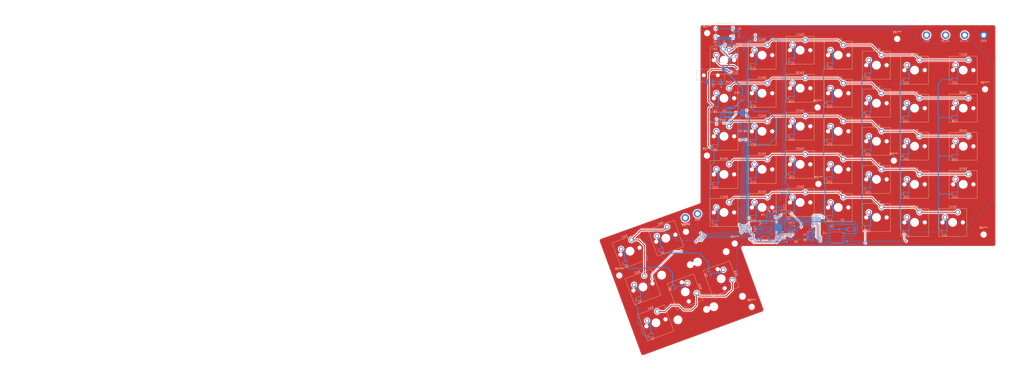
<source format=kicad_pcb>
(kicad_pcb (version 20221018) (generator pcbnew)
  (layers (0 "F.Cu" signal) (31 "B.Cu" signal) (34 "B.Paste" user) (35 "F.Paste" user) (36 "B.SilkS" user "B.Silkscreen") (37 "F.SilkS" user "F.Silkscreen") (38 "B.Mask" user) (39 "F.Mask" user) (44 "Edge.Cuts" user))
  (net 0 "")
  (net 1 "GND")
  (net 2 "+3V3")
  (net 3 "Net-(C3-Pad1)")
  (net 4 "/XIN")
  (net 5 "+1V1")
  (net 6 "+5V")
  (net 7 "col0")
  (net 8 "Net-(D2-A)")
  (net 9 "Net-(D3-A)")
  (net 10 "Net-(D4-A)")
  (net 11 "Net-(D5-A)")
  (net 12 "Net-(D6-A)")
  (net 13 "Net-(D7-A)")
  (net 14 "col1")
  (net 15 "Net-(D8-A)")
  (net 16 "Net-(D9-A)")
  (net 17 "Net-(D10-A)")
  (net 18 "Net-(D11-A)")
  (net 19 "Net-(D12-A)")
  (net 20 "col2")
  (net 21 "Net-(D13-A)")
  (net 22 "Net-(D14-A)")
  (net 23 "Net-(D15-A)")
  (net 24 "Net-(D16-A)")
  (net 25 "Net-(D17-A)")
  (net 26 "col3")
  (net 27 "Net-(D18-A)")
  (net 28 "Net-(D19-A)")
  (net 29 "Net-(D20-A)")
  (net 30 "Net-(D21-A)")
  (net 31 "Net-(D22-A)")
  (net 32 "col4")
  (net 33 "Net-(D23-A)")
  (net 34 "Net-(D24-A)")
  (net 35 "Net-(D25-A)")
  (net 36 "Net-(D26-A)")
  (net 37 "Net-(D27-A)")
  (net 38 "col5")
  (net 39 "Net-(D28-A)")
  (net 40 "Net-(D29-A)")
  (net 41 "Net-(D30-A)")
  (net 42 "Net-(D31-A)")
  (net 43 "Net-(D32-A)")
  (net 44 "col6")
  (net 45 "Net-(D33-A)")
  (net 46 "Net-(D34-A)")
  (net 47 "Net-(D35-A)")
  (net 48 "Net-(D36-A)")
  (net 49 "Net-(D37-A)")
  (net 50 "Net-(D38-A)")
  (net 51 "Net-(D39-A)")
  (net 52 "Net-(D40-A)")
  (net 53 "Net-(D41-A)")
  (net 54 "/SWCLK")
  (net 55 "/SWD")
  (net 56 "Net-(J1-CC1)")
  (net 57 "/D+")
  (net 58 "/D-")
  (net 60 "Net-(J1-CC2)")
  (net 62 "Net-(J1-SHIELD)")
  (net 63 "I2C line 1")
  (net 64 "I2C line 2")
  (net 65 "/QSPI_SS")
  (net 66 "Net-(U3-RUN)")
  (net 67 "/XOUT")
  (net 68 "Net-(U3-USB_DP)")
  (net 69 "Net-(U3-USB_DM)")
  (net 70 "row0")
  (net 71 "row1")
  (net 72 "row2")
  (net 73 "row3")
  (net 74 "row4")
  (net 75 "/QSPI_SD1")
  (net 76 "/QSPI_SD2")
  (net 77 "/QSPI_SD0")
  (net 78 "/QSPI_SCLK")
  (net 79 "/QSPI_SD3")
  (net 91 "Net-(D42-K)")
  (net 92 "Net-(D1-A)")
  (net 93 "t_col0")
  (net 94 "t_col1")
  (net 95 "t_col2")
  (net 96 "t_row0")
  (net 97 "t_row1")
  (footprint "MountingHole:MountingHole_2.7mm_M2.5_DIN965" (layer "F.Cu") (at 276.1 89.1)
    (fp_text reference "REF**")
    (fp_text value "MountingHole_2.7mm_M2.5_DIN965")
  )
  (footprint "Button_Switch_Keyboard:SW_Cherry_MX_1.00u_PCB" (layer "F.Cu") (at 205.26 66.95)
    (fp_text reference "SW22")
    (fp_text value "SW_Push")
  )
  (footprint "Button_Switch_Keyboard:SW_Cherry_MX_1.00u_PCB" (layer "F.Cu") (at 186.22 121.6)
    (fp_text reference "SW20")
    (fp_text value "SW_Push")
  )
  (footprint "MountingHole:MountingHole_2.2mm_M2_DIN965_Pad" (layer "F.Cu") (at 265.895 62.02)
    (fp_text reference "H5" hide)
    (fp_text value "+1.1V")
  )
  (footprint "Button_Switch_Keyboard:SW_Cherry_MX_1.00u_PCB" (layer "F.Cu") (at 205.26 124.1)
    (fp_text reference "SW25")
    (fp_text value "SW_Push")
  )
  (footprint "Button_Switch_Keyboard:SW_Cherry_MX_1.00u_PCB" (layer "F.Cu") (at 224.37 129.11)
    (fp_text reference "SW30")
    (fp_text value "SW_Push")
  )
  (footprint "Button_Switch_Keyboard:SW_Cherry_MX_1.00u_PCB" (layer "F.Cu") (at 262.45 150.64)
    (fp_text reference "SW41")
    (fp_text value "SW_Push")
  )
  (footprint "MountingHole:MountingHole_2.7mm_M2.5_DIN965" (layer "F.Cu") (at 151 166.3)
    (fp_text reference "REF**")
    (fp_text value "MountingHole_2.7mm_M2.5_DIN965")
  )
  (footprint "Button_Switch_Keyboard:SW_Cherry_MX_1.00u_PCB" (layer "F.Cu") (at 224.37 148.16)
    (fp_text reference "SW31")
    (fp_text value "SW_Push")
  )
  (footprint "Button_Switch_Keyboard:SW_Cherry_MX_1.00u_PCB" (layer "F.Cu") (at 205.26 143.15)
    (fp_text reference "SW26")
    (fp_text value "SW_Push")
  )
  (footprint "Button_Switch_Keyboard:SW_Cherry_MX_1.50u_PCB" (layer "F.Cu") (at 267.73 93.5)
    (fp_text reference "SW38")
    (fp_text value "SW_Push")
  )
  (footprint "Button_Switch_Keyboard:SW_Cherry_MX_2.00u_PCB" (layer "F.Cu") (at 131.914907 191.125718 -70)
    (fp_text reference "SW5")
    (fp_text value "SW_Push")
  )
  (footprint "MountingHole:MountingHole_2.2mm_M2_DIN965_Pad" (layer "F.Cu") (at 275.42 62.02)
    (fp_text reference "H6" hide)
    (fp_text value "GND")
  )
  (footprint "Button_Switch_Keyboard:SW_Cherry_MX_1.00u_PCB" (layer "F.Cu") (at 117.19 157.97 20)
    (fp_text reference "SW1")
    (fp_text value "SW_Push")
  )
  (footprint "MountingHole:MountingHole_2.7mm_M2.5_DIN965" (layer "F.Cu") (at 137.2 61)
    (fp_text reference "REF**")
    (fp_text value "MountingHole_2.7mm_M2.5_DIN965")
  )
  (footprint "Button_Switch_Keyboard:SW_Cherry_MX_1.50u_PCB" (layer "F.Cu") (at 267.73 74.45)
    (fp_text reference "SW37")
    (fp_text value "SW_Push")
  )
  (footprint "MountingHole:MountingHole_2.7mm_M2.5_DIN965" (layer "F.Cu") (at 126.6 160.4)
    (fp_text reference "REF**")
    (fp_text value "MountingHole_2.7mm_M2.5_DIN965")
  )
  (footprint "MountingHole:MountingHole_2.2mm_M2_DIN965_Pad" (layer "F.Cu") (at 256.37 62.02)
    (fp_text reference "H4" hide)
    (fp_text value "+3.3V")
  )
  (footprint "MountingHole:MountingHole_2.2mm_M2_DIN965_Pad" (layer "F.Cu") (at 246.845 62.02)
    (fp_text reference "H3" hide)
    (fp_text value "+5V")
  )
  (footprint "Button_Switch_Keyboard:SW_Cherry_MX_1.00u_PCB" (layer "F.Cu") (at 148.16 107.56)
    (fp_text reference "SW9")
    (fp_text value "SW_Push")
  )
  (footprint "MountingHole:MountingHole_2.7mm_M2.5_DIN965" (layer "F.Cu") (at 159.5 198)
    (fp_text reference "REF**")
    (fp_text value "MountingHole_2.7mm_M2.5_DIN965")
  )
  (footprint "Button_Switch_Keyboard:SW_Cherry_MX_1.50u_PCB" (layer "F.Cu") (at 267.73 112.55)
    (fp_text reference "SW39")
    (fp_text value "SW_Push")
  )
  (footprint "Button_Switch_Keyboard:SW_Cherry_MX_1.00u_PCB" (layer "F.Cu") (at 186.22 64.45)
    (fp_text reference "SW17")
    (fp_text value "SW_Push")
  )
  (footprint "MountingHole:MountingHole_2.7mm_M2.5_DIN965" (layer "F.Cu") (at 93.3 182.3)
    (fp_text reference "REF**")
    (fp_text value "MountingHole_2.7mm_M2.5_DIN965")
  )
  (footprint "MountingHole:MountingHole_2.7mm_M2.5_DIN965" (layer "F.Cu") (at 137.1 122.3)
    (fp_text reference "REF**")
    (fp_text value "MountingHole_2.7mm_M2.5_DIN965")
  )
  (footprint "Button_Switch_Keyboard:SW_Cherry_MX_1.00u_PCB" (layer "F.Cu") (at 112.275718 200.315093 20)
    (fp_text reference "SW4")
    (fp_text value "SW_Push")
  )
  (footprint "Button_Switch_Keyboard:SW_Cherry_MX_1.00u_PCB" (layer "F.Cu") (at 224.37 110.06)
    (fp_text reference "SW29")
    (fp_text value "SW_Push")
  )
  (footprint "Button_Switch_Keyboard:SW_Cherry_MX_2.00u_PCB" (layer "F.Cu") (at 149.85237 184.579357 -70)
    (fp_text reference "SW6")
    (fp_text value "SW_Push")
  )
  (footprint "MountingHole:MountingHole_2.7mm_M2.5_DIN965" (layer "F.Cu") (at 232.2 63.9)
    (fp_text reference "REF**")
    (fp_text value "MountingHole_2.7mm_M2.5_DIN965")
  )
  (footprint "Button_Switch_Keyboard:SW_Cherry_MX_1.00u_PCB" (layer "F.Cu") (at 167.2 124.11)
    (fp_text reference "SW15")
    (fp_text value "SW_Push")
  )
  (footprint "Button_Switch_Keyboard:SW_Cherry_MX_1.00u_PCB" (layer "F.Cu") (at 148.16 88.51)
    (fp_text reference "SW8")
    (fp_text value "SW_Push")
  )
  (footprint "Button_Switch_Keyboard:SW_Cherry_MX_1.00u_PCB" (layer "F.Cu") (at 148.16 69.46)
    (fp_text reference "SW7")
    (fp_text value "SW_Push")
  )
  (footprint "Button_Switch_Keyboard:SW_Cherry_MX_1.00u_PCB" (layer "F.Cu") (at 167.2 105.06)
    (fp_text reference "SW14")
    (fp_text value "SW_Push")
  )
  (footprint "Button_Switch_Keyboard:SW_Cherry_MX_1.00u_PCB" (layer "F.Cu") (at 99.3 164.49 20)
    (fp_text reference "SW2")
    (fp_text value "SW_Push")
  )
  (footprint "Button_Switch_Keyboard:SW_Cherry_MX_1.00u_PCB" (layer "F.Cu") (at 186.22 140.65)
    (fp_text reference "SW21")
    (fp_text value "SW_Push")
  )
  (footprint "MountingHole:MountingHole_2.7mm_M2.5_DIN965" (layer "F.Cu") (at 192.4 98.2)
    (fp_text reference "REF**")
    (fp_text value "MountingHole_2.7mm_M2.5_DIN965")
  )
  (footprint "Button_Switch_Keyboard:SW_Cherry_MX_1.00u_PCB" (layer "F.Cu") (at 224.37 91.01)
    (fp_text reference "SW28")
    (fp_text value "SW_Push")
  )
  (footprint "Button_Switch_Keyboard:SW_Cherry_MX_1.00u_PCB" (layer "F.Cu") (at 167.2 86.01)
    (fp_text reference "SW13")
    (fp_text value "SW_Push")
  )
  (footprint "Button_Switch_Keyboard:SW_Cherry_MX_1.00u_PCB" (layer "F.Cu") (at 243.41 131.59)
    (fp_text reference "SW35")
    (fp_text value "SW_Push")
  )
  (footprint "Button_Switch_Keyboard:SW_Cherry_MX_1.00u_PCB" (layer "F.Cu") (at 205.26 105.05)
    (fp_text reference "SW24")
    (fp_text value "SW_Push")
  )
  (footprint "Button_Switch_Keyboard:SW_Cherry_MX_1.00u_PCB" (layer "F.Cu") (at 243.41 74.44)
    (fp_text reference "SW32")
    (fp_text value "SW_Push")
  )
  (footprint "MountingHole:MountingHole_2.7mm_M2.5_DIN965" (layer "F.Cu") (at 230.5 124.8)
    (fp_text reference "REF**")
    (fp_text value "MountingHole_2.7mm_M2.5_DIN965")
  )
  (footprint "Button_Switch_Keyboard:SW_Cherry_MX_1.00u_PCB" (layer "F.Cu") (at 205.26 86)
    (fp_text reference "SW23")
    (fp_text value "SW_Push")
  )
  (footprint "Button_Switch_Keyboard:SW_Cherry_MX_1.00u_PCB" (layer "F.Cu") (at 243.41 112.54)
    (fp_text reference "SW34")
    (fp_text value "SW_Push")
  )
  (footprint "Button_Switch_Keyboard:SW_Cherry_MX_1.00u_PCB" (layer "F.Cu") (at 148.16 126.61)
    (fp_text reference "SW10")
    (fp_text value "SW_Push")
  )
  (footprint "Button_Switch_Keyboard:SW_Cherry_MX_1.00u_PCB" (layer "F.Cu") (at 243.41 150.64)
    (fp_text reference "SW36")
    (fp_text value "SW_Push")
  )
  (footprint "MountingHole:MountingHole_2.7mm_M2.5_DIN965" (layer "F.Cu") (at 275.4 161.8)
    (fp_text reference "REF**")
    (fp_text value "MountingHole_2.7mm_M2.5_DIN965")
  )
  (footprint "Button_Switch_Keyboard:SW_Cherry_MX_1.00u_PCB" (layer "F.Cu") (at 105.77 182.39 20)
    (fp_text reference "SW3")
    (fp_text value "SW_Push")
  )
  (footprint "Button_Switch_Keyboard:SW_Cherry_MX_1.00u_PCB" (layer "F.Cu") (at 186.22 102.55)
    (fp_text reference "SW19")
    (fp_text value "SW_Push")
  )
  (footprint "Button_Switch_Keyboard:SW_Cherry_MX_1.00u_PCB" (layer "F.Cu") (at 186.22 83.5)
    (fp_text reference "SW18")
    (fp_text value "SW_Push")
  )
  (footprint "Button_Switch_Keyboard:SW_Cherry_MX_1.00u_PCB" (layer "F.Cu") (at 224.36 71.96)
    (fp_text reference "SW27")
    (fp_text value "SW_Push")
  )
  (footprint "Button_Switch_Keyboard:SW_Cherry_MX_1.00u_PCB" (layer "F.Cu") (at 167.2 66.96)
    (fp_text reference "SW12")
    (fp_text value "SW_Push")
  )
  (footprint "Button_Switch_Keyboard:SW_Cherry_MX_1.00u_PCB" (layer "F.Cu") (at 243.41 93.49)
    (fp_text reference "SW33")
    (fp_text value "SW_Push")
  )
  (footprint "Button_Switch_Keyboard:SW_Cherry_MX_1.50u_PCB" (layer "F.Cu") (at 267.73 131.6)
    (fp_text reference "SW40")
    (fp_text value "SW_Push")
  )
  (footprint "Button_Switch_Keyboard:SW_Cherry_MX_1.00u_PCB" (layer "F.Cu") (at 148.16 145.66)
    (fp_text reference "SW11")
    (fp_text value "SW_Push")
  )
  (footprint "MountingHole:MountingHole_2.7mm_M2.5_DIN965" (layer "F.Cu") (at 192.8 136.5)
    (fp_text reference "REF**")
    (fp_text value "MountingHole_2.7mm_M2.5_DIN965")
  )
  (footprint "Button_Switch_Keyboard:SW_Cherry_MX_1.00u_PCB" (layer "F.Cu") (at 167.2 143.16)
    (fp_text reference "SW16")
    (fp_text value "SW_Push")
  )
  (footprint "Diode_SMD:D_SOD-323" (layer "B.Cu") (at 109.243323 212.179121 20)
    (fp_text reference "D4")
    (fp_text value "D")
  )
  (footprint "MountingHole:MountingHole_2.2mm_M2_DIN965_Pad" (layer "B.Cu") (at 132.42 151.41 180)
    (fp_text reference "H2" hide)
    (fp_text value "SWD")
  )
  (footprint "Diode_SMD:D_SOD-323" (layer "B.Cu") (at 141.28 155.55)
    (fp_text reference "D11")
    (fp_text value "D")
  )
  (footprint "Diode_SMD:D_SOD-323" (layer "B.Cu") (at 236.59 103.41)
    (fp_text reference "D33")
    (fp_text value "D")
  )
  (footprint "Diode_SMD:D_SOD-323" (layer "B.Cu") (at 255.84 160.52)
    (fp_text reference "D41")
    (fp_text value "D")
  )
  (footprint "Diode_SMD:D_SOD-323" (layer "B.Cu") (at 141.39 136.56)
    (fp_text reference "D10")
    (fp_text value "D")
  )
  (footprint "Capacitor_SMD:C_0603_1608Metric" (layer "B.Cu") (at 175.15 165.35)
    (fp_text reference "C13")
    (fp_text value "100n")
  )
  (footprint "Diode_SMD:D_SOD-323" (layer "B.Cu") (at 179.53 112.5)
    (fp_text reference "D19")
    (fp_text value "D")
  )
  (footprint "Capacitor_SMD:C_0603_1608Metric" (layer "B.Cu") (at 178.92 159.29)
    (fp_text reference "C14")
    (fp_text value "100n")
  )
  (footprint "Diode_SMD:D_SOD-323" (layer "B.Cu") (at 198.48 114.85)
    (fp_text reference "D24")
    (fp_text value "D")
  )
  (footprint "Diode_SMD:D_SOD-323" (layer "B.Cu") (at 149.87 78.69)
    (fp_text reference "D7")
    (fp_text value "D")
  )
  (footprint "Package_DFN_QFN:QFN-56-1EP_7x7mm_P0.4mm_EP4x4mm" (layer "B.Cu") (at 172.79 158.14 180)
    (fp_text reference "U3")
    (fp_text value "RP2040")
  )
  (footprint "Diode_SMD:D_SOD-323" (layer "B.Cu") (at 217.5125 81.84)
    (fp_text reference "D27")
    (fp_text value "D")
  )
  (footprint "MountingHole:MountingHole_2.2mm_M2_DIN965_Pad" (layer "B.Cu") (at 126.31 153.45 180)
    (fp_text reference "H1" hide)
    (fp_text value "SWCLK")
  )
  (footprint "Diode_SMD:D_SOD-323" (layer "B.Cu") (at 198.4725 95.96)
    (fp_text reference "D23")
    (fp_text value "D")
  )
  (footprint "Diode_SMD:D_SOD-323" (layer "B.Cu") (at 160.3425 134.04)
    (fp_text reference "D15")
    (fp_text value "D")
  )
  (footprint "Resistor_SMD:R_0603_1608Metric" (layer "B.Cu") (at 204.64 156.64)
    (fp_text reference "R4")
    (fp_text value "DNF")
  )
  (footprint "Diode_SMD:D_SOD-323" (layer "B.Cu") (at 179.51 74.43)
    (fp_text reference "D17")
    (fp_text value "D")
  )
  (footprint "Diode_SMD:D_SOD-323" (layer "B.Cu") (at 160.41 96.04)
    (fp_text reference "D13")
    (fp_text value "D")
  )
  (footprint "Diode_SMD:D_SOD-323" (layer "B.Cu") (at 160.34 115.13)
    (fp_text reference "D14")
    (fp_text value "D")
  )
  (footprint "Diode_SMD:D_SOD-323" (layer "B.Cu") (at 141.3125 98.52)
    (fp_text reference "D8")
    (fp_text value "D")
  )
  (footprint "Capacitor_SMD:C_0603_1608Metric" (layer "B.Cu") (at 165.95 156.1 180)
    (fp_text reference "C11")
    (fp_text value "100n")
  )
  (footprint "Capacitor_SMD:C_0603_1608Metric" (layer "B.Cu") (at 143.96 102.23 -90)
    (fp_text reference "C1")
    (fp_text value "10u")
  )
  (footprint "Diode_SMD:D_SOD-323" (layer "B.Cu") (at 141.31 117.68)
    (fp_text reference "D9")
    (fp_text value "D")
  )
  (footprint "Package_SO:SOIC-8_5.23x5.23mm_P1.27mm" (layer "B.Cu") (at 201.74 163.25 180)
    (fp_text reference "U2")
    (fp_text value "W25Q128JVS")
  )
  (footprint "Diode_SMD:D_SOD-323" (layer "B.Cu") (at 236.71 122.41)
    (fp_text reference "D34")
    (fp_text value "D")
  )
  (footprint "Diode_SMD:D_SOD-323" (layer "B.Cu") (at 217.57 100.98)
    (fp_text reference "D28")
    (fp_text value "D")
  )
  (footprint "Resistor_SMD:R_0603_1608Metric" (layer "B.Cu") (at 143.45 66.8355 180)
    (fp_text reference "R2")
    (fp_text value "5.1k")
  )
  (footprint "Diode_SMD:D_SOD-323" (layer "B.Cu") (at 260.95 103.2)
    (fp_text reference "D38")
    (fp_text value "D")
  )
  (footprint "Diode_SMD:D_SOD-323" (layer "B.Cu") (at 236.69 84.36)
    (fp_text reference "D32")
    (fp_text value "D")
  )
  (footprint "Capacitor_SMD:C_0603_1608Metric" (layer "B.Cu") (at 168.6225 152.175 90)
    (fp_text reference "C16")
    (fp_text value "100n")
  )
  (footprint "Diode_SMD:D_SOD-323" (layer "B.Cu") (at 154.8 93.1675 90)
    (fp_text reference "D42")
    (fp_text value "D_Schottky")
  )
  (footprint "Diode_SMD:D_SOD-323" (layer "B.Cu") (at 236.75 141.49)
    (fp_text reference "D35")
    (fp_text value "D")
  )
  (footprint "Connector_Audio:Jack_3.5mm_PJ320D_Horizontal" (layer "B.Cu") (at 140.3 82.1)
    (fp_text reference "J2")
    (fp_text value "AudioJack4")
  )
  (footprint "Capacitor_SMD:C_0603_1608Metric" (layer "B.Cu") (at 170.2425 152.17 90)
    (fp_text reference "C8")
    (fp_text value "1u")
  )
  (footprint "Diode_SMD:D_SOD-323" (layer "B.Cu") (at 217.59 158.14)
    (fp_text reference "D31")
    (fp_text value "D")
  )
  (footprint "Capacitor_SMD:C_0603_1608Metric" (layer "B.Cu") (at 172 164.48 -90)
    (fp_text reference "C7")
    (fp_text value "100n")
  )
  (footprint "Diode_SMD:D_SOD-323" (layer "B.Cu") (at 138.170879 181.673323 -70)
    (fp_text reference "D6")
    (fp_text value "D")
  )
  (footprint "Capacitor_SMD:C_0603_1608Metric" (layer "B.Cu") (at 189.155 159.265 180)
    (fp_text reference "C4")
    (fp_text value "15p")
  )
  (footprint "Capacitor_SMD:C_0603_1608Metric" (layer "B.Cu") (at 198.92 159.21)
    (fp_text reference "C5")
    (fp_text value "100n")
  )
  (footprint "Diode_SMD:D_SOD-323" (layer "B.Cu") (at 120.31 188.4825 -70)
    (fp_text reference "D5")
    (fp_text value "D")
  )
  (footprint "Diode_SMD:D_SOD-323" (layer "B.Cu") (at 217.67 139.03)
    (fp_text reference "D30")
    (fp_text value "D")
  )
  (footprint "Diode_SMD:D_SOD-323" (layer "B.Cu") (at 179.4625 150.57)
    (fp_text reference "D21")
    (fp_text value "D")
  )
  (footprint "Diode_SMD:D_SOD-323" (layer "B.Cu") (at 198.35 133.88)
    (fp_text reference "D25")
    (fp_text value "D")
  )
  (footprint "Resistor_SMD:R_0603_1608Metric" (layer "B.Cu") (at 153.19 61.0255 -90)
    (fp_text reference "R1")
    (fp_text value "0")
  )
  (footprint "Diode_SMD:D_SOD-323" (layer "B.Cu") (at 198.64 76.77)
    (fp_text reference "D22")
    (fp_text value "D")
  )
  (footprint "Resistor_SMD:R_0603_1608Metric" (layer "B.Cu") (at 174.81 139.99 90)
    (fp_text reference "R7")
    (fp_text value "27.4")
  )
  (footprint "Diode_SMD:D_SOD-323" (layer "B.Cu") (at 179.56 131.45)
    (fp_text reference "D20")
    (fp_text value "D")
  )
  (footprint "Resistor_SMD:R_0603_1608Metric" (layer "B.Cu") (at 153.79 107.88 -90)
    (fp_text reference "R9")
    (fp_text value "2.2k")
  )
  (footprint "Diode_SMD:D_SOD-323" (layer "B.Cu") (at 114.24 169.46 20)
    (fp_text reference "D1")
    (fp_text value "D")
  )
  (footprint "Crystal:Crystal_SMD_3225-4Pin_3.2x2.5mm" (layer "B.Cu") (at 189.115 161.875)
    (fp_text reference "Y1")
    (fp_text value "Crystal_GND24_Small")
  )
  (footprint "personal footprints:3.9×2.9mm Compact Type" (layer "B.Cu") (at 209.02 159.19)
    (fp_text reference "SW43" hide)
    (fp_text value "SW_Push")
  )
  (footprint "Resistor_SMD:R_0603_1608Metric" (layer "B.Cu") (at 178.87 164.3 180)
    (fp_text reference "R5")
    (fp_text value "1k")
  )
  (footprint "Diode_SMD:D_SOD-323" (layer "B.Cu") (at 236.77 160.55)
    (fp_text reference "D36")
    (fp_text value "D")
  )
  (footprint "Resistor_SMD:R_0603_1608Metric" (layer "B.Cu") (at 156.41 107.92 -90)
    (fp_text reference "R8")
    (fp_text value "2.2k")
  )
  (footprint "Capacitor_SMD:C_0603_1608Metric" (layer "B.Cu") (at 145.56 102.24 -90)
    (fp_text reference "C2")
    (fp_text value "10u")
  )
  (footprint "Capacitor_SMD:C_0603_1608Metric" (layer "B.Cu") (at 173.1 150.455 90)
    (fp_text reference "C6")
    (fp_text value "100n")
  )
  (footprint "Capacitor_SMD:C_0603_1608Metric" (layer "B.Cu") (at 167.0525 152.17 90)
    (fp_text reference "C9")
    (fp_text value "1u")
  )
  (footprint "Diode_SMD:D_SOD-323" (layer "B.Cu") (at 198.51 153.12)
    (fp_text reference "D26")
    (fp_text value "D")
  )
  (footprint "Diode_SMD:D_SOD-323" (layer "B.Cu") (at 260.99 122.65)
    (fp_text reference "D39")
    (fp_text value "D")
  )
  (footprint "Resistor_SMD:R_0603_1608Metric" (layer "B.Cu") (at 148.54 66.8155)
    (fp_text reference "R3")
    (fp_text value "5.1k")
  )
  (footprint "personal footprints:3.9×2.9mm Compact Type" (layer "B.Cu") (at 166.08 163.82)
    (fp_text reference "SW42")
    (fp_text value "SW_Push")
  )
  (footprint "Diode_SMD:D_SOD-323" (layer "B.Cu") (at 102.99 193.78 20)
    (fp_text reference "D3")
    (fp_text value "D")
  )
  (footprint "Diode_SMD:D_SOD-323" (layer "B.Cu") (at 160.38 153.19)
    (fp_text reference "D16")
    (fp_text value "D")
  )
  (footprint "Capacitor_SMD:C_0603_1608Metric" (layer "B.Cu") (at 189.175 164.455 180)
    (fp_text reference "C3")
    (fp_text value "15p")
  )
  (footprint "Diode_SMD:D_SOD-323" (layer "B.Cu") (at 217.64 120.08)
    (fp_text reference "D29")
    (fp_text value "D")
  )
  (footprint "Capacitor_SMD:C_0603_1608Metric" (layer "B.Cu") (at 173.41 148.1)
    (fp_text reference "C10")
    (fp_text value "100n")
  )
  (footprint "Diode_SMD:D_SOD-323" (layer "B.Cu") (at 179.3525 93.53)
    (fp_text reference "D18")
    (fp_text value "D")
  )
  (footprint "Capacitor_SMD:C_0603_1608Metric" (layer "B.Cu") (at 163.845 159.15 180)
    (fp_text reference "C12")
    (fp_text value "100n")
  )
  (footprint "Diode_SMD:D_SOD-323" (layer "B.Cu") (at 261.15 141.43)
    (fp_text reference "D40")
    (fp_text value "D")
  )
  (footprint "Package_TO_SOT_SMD:SOT-223-3_TabPin2" (layer "B.Cu") (at 151.55 100.82)
    (fp_text reference "U1")
    (fp_text value "NCP1117-3.3_SOT223")
  )
  (footprint "Diode_SMD:D_SOD-323" (layer "B.Cu") (at 261.05 84.29)
    (fp_text reference "D37")
    (fp_text value "D")
  )
  (footprint "Diode_SMD:D_SOD-323" (layer "B.Cu") (at 96.4 176.01 20)
    (fp_text reference "D2")
    (fp_text value "D")
  )
  (footprint "Capacitor_SMD:C_0603_1608Metric" (layer "B.Cu") (at 178.92 157.54)
    (fp_text reference "C15")
    (fp_text value "100n")
  )
  (footprint "Connector_USB:USB_C_Receptacle_G-Switch_GT-USB-7010ASV" (layer "B.Cu") (at 145.76 59.795)
    (fp_text reference "J1")
    (fp_text value "USB_C_Receptacle")
  )
  (footprint "Diode_SMD:D_SOD-323" (layer "B.Cu") (at 160.36 77.08)
    (fp_text reference "D12")
    (fp_text value "D")
  )
  (footprint "Resistor_SMD:R_0603_1608Metric" (layer "B.Cu") (at 176.41 139.985 90)
    (fp_text reference "R6")
    (fp_text value "27.4")
  )
  (gr_arc (start 133.89 58.04) (mid 134.182889 57.332882) (end 134.89 57.04) (stroke (width 0.1)) (layer "Edge.Cuts"))
  (gr_arc (start 133.889999 145.759131) (mid 133.651007 146.133434) (end 133.254221 146.332893) (stroke (width 0.1)) (layer "Edge.Cuts"))
  (gr_line (start 133.889999 145.759131) (end 133.89 58.04) (stroke (width 0.1)) (layer "Edge.Cuts"))
  (gr_arc (start 105.57 222.032893) (mid 104.657011 221.9799) (end 104.113883 221.244116) (stroke (width 0.1)) (layer "Edge.Cuts"))
  (gr_arc (start 281.29 166.532893) (mid 280.997105 167.239993) (end 280.29 167.532893) (stroke (width 0.1)) (layer "Edge.Cuts"))
  (gr_line (start 281.29 166.532893) (end 281.29 58.04) (stroke (width 0.1)) (layer "Edge.Cuts"))
  (gr_line (start 280.29 167.532893) (end 155.19 167.532893) (stroke (width 0.1)) (layer "Edge.Cuts"))
  (gr_line (start 83.490001 165.132893) (end 104.113883 221.244116) (stroke (width 0.1)) (layer "Edge.Cuts"))
  (gr_line (start 154.19 168.532893) (end 165.39 199.332893) (stroke (width 0.1)) (layer "Edge.Cuts"))
  (gr_line (start 134.89 57.04) (end 280.29 57.04) (stroke (width 0.1)) (layer "Edge.Cuts"))
  (gr_line (start 164.725261 200.332891) (end 105.57 222.032893) (stroke (width 0.1)) (layer "Edge.Cuts"))
  (gr_arc (start 83.490001 165.132893) (mid 83.64147 164.367203) (end 84.29 163.932894) (stroke (width 0.1)) (layer "Edge.Cuts"))
  (gr_line (start 84.29 163.932894) (end 133.254221 146.332893) (stroke (width 0.1)) (layer "Edge.Cuts"))
  (gr_arc (start 280.29 57.04) (mid 280.99711 57.33289) (end 281.29 58.04) (stroke (width 0.1)) (layer "Edge.Cuts"))
  (gr_arc (start 154.19 168.532893) (mid 154.482891 167.82578) (end 155.19 167.532893) (stroke (width 0.1)) (layer "Edge.Cuts"))
  (gr_arc (start 165.39 199.332893) (mid 165.208597 199.933239) (end 164.725261 200.332891) (stroke (width 0.1)) (layer "Edge.Cuts"))
  (via (at 203.26 159.19) (size 0.8) (drill 0.4) (layers "F.Cu" "B.Cu") (net 1))
  (via (at 161.7 159.15) (size 0.8) (drill 0.4) (layers "F.Cu" "B.Cu") (net 1))
  (via (at 174.485 149.68) (size 0.8) (drill 0.4) (layers "F.Cu" "B.Cu") (net 1))
  (via (at 149.62 65.0955) (size 0.8) (drill 0.4) (layers "F.Cu" "B.Cu") (net 1))
  (via (at 162.76 163.83) (size 0.8) (drill 0.4) (layers "F.Cu" "B.Cu") (net 1))
  (via (at 150.55 66.8055) (size 0.8) (drill 0.4) (layers "F.Cu" "B.Cu") (net 1))
  (via (at 146.7 103.02) (size 0.8) (drill 0.4) (layers "F.Cu" "B.Cu") (net 1))
  (via (at 175.099129 160.450871) (size 0.8) (drill 0.4) (layers "F.Cu" "B.Cu") (net 1))
  (via (at 163.91 156.09) (size 0.8) (drill 0.4) (layers "F.Cu" "B.Cu") (net 1))
  (via (at 173.139944 165.867039) (size 0.8) (drill 0.4) (layers "F.Cu" "B.Cu") (net 1))
  (via (at 168.6225 150.395) (size 0.8) (drill 0.4) (layers "F.Cu" "B.Cu") (net 1))
  (via (at 207.05 165.14) (size 0.8) (drill 0.4) (layers "F.Cu" "B.Cu") (net 1))
  (via (at 180.93 157.54) (size 0.8) (drill 0.4) (layers "F.Cu" "B.Cu") (net 1))
  (via (at 141.29 66.7555) (size 0.8) (drill 0.4) (layers "F.Cu" "B.Cu") (net 1))
  (via (at 153.18 62.9755) (size 0.8) (drill 0.4) (layers "F.Cu" "B.Cu") (net 1))
  (via (at 186.275 164.385) (size 0.8) (drill 0.4) (layers "F.Cu" "B.Cu") (net 1))
  (via (at 177.060627 165.4645) (size 0.8) (drill 0.4) (layers "F.Cu" "B.Cu") (net 1))
  (via (at 144.28 87.95) (size 0.8) (drill 0.4) (layers "F.Cu" "B.Cu") (net 1))
  (via (at 180.91 159.32) (size 0.8) (drill 0.4) (layers "F.Cu" "B.Cu") (net 1))
  (segment (start 148.96 64.4355) (end 148.96 63.5655) (width 0.45) (layer "B.Cu") (net 1))
  (segment (start 175.925 165.35) (end 176.946127 165.35) (width 0.45) (layer "B.Cu") (net 1))
  (segment (start 145.56 103.015) (end 146.695 103.015) (width 0.45) (layer "B.Cu") (net 1))
  (segment (start 153.19 62.9655) (end 153.18 62.9755) (width 0.45) (layer "B.Cu") (net 1))
  (segment (start 144.125 87.795) (end 144.28 87.95) (width 0.65) (layer "B.Cu") (net 1))
  (segment (start 153.19 61.8505) (end 153.19 62.9655) (width 0.45) (layer "B.Cu") (net 1))
  (segment (start 173.1 149.68) (end 174.485 149.68) (width 0.45) (layer "B.Cu") (net 1))
  (segment (start 168.6225 151.4) (end 167.0575 151.4) (width 0.45) (layer "B.Cu") (net 1))
  (segment (start 203.26 159.19) (end 206.92 159.19) (width 0.45) (layer "B.Cu") (net 1))
  (segment (start 179.695 159.29) (end 180.88 159.29) (width 0.45) (layer "B.Cu") (net 1))
  (segment (start 172.527905 165.255) (end 172 165.255) (width 0.45) (layer "B.Cu") (net 1))
  (segment (start 170.2375 151.4) (end 170.2425 151.395) (width 0.45) (layer "B.Cu") (net 1))
  (segment (start 165.175 156.1) (end 163.92 156.1) (width 0.45) (layer "B.Cu") (net 1))
  (segment (start 180.88 159.29) (end 180.91 159.32) (width 0.45) (layer "B.Cu") (net 1))
  (segment (start 168.6225 151.4) (end 170.2375 151.4) (width 0.45) (layer "B.Cu") (net 1))
  (segment (start 173.88 160.28) (end 172.89 160.28) (width 0.15) (layer "B.Cu") (net 1))
  (segment (start 175.099129 160.450871) (end 174.839129 160.190871) (width 0.15) (layer "B.Cu") (net 1))
  (segment (start 163.98 163.82) (end 162.77 163.82) (width 0.45) (layer "B.Cu") (net 1))
  (segment (start 174.485 148.4) (end 174.185 148.1) (width 0.45) (layer "B.Cu") (net 1))
  (segment (start 175.099129 160.450871) (end 174.960013 160.589987) (width 0.6) (layer "B.Cu") (net 1))
  (segment (start 174.338258 159.69) (end 172.78 159.69) (width 0.15) (layer "B.Cu") (net 1))
  (segment (start 172.89 160.28) (end 172.815 160.355) (width 0.15) (layer "B.Cu") (net 1))
  (segment (start 163.07 159.15) (end 161.7 159.15) (width 0.45) (layer "B.Cu") (net 1))
  (segment (start 205.34 165.155) (end 207.035 165.155) (width 0.25) (layer "B.Cu") (net 1))
  (segment (start 173.79 159.14) (end 172.79 158.14) (width 0.15) (layer "B.Cu") (net 1))
  (segment (start 144.125 85.35) (end 144.125 87.795) (width 0.65) (layer "B.Cu") (net 1))
  (segment (start 175.099129 160.450871) (end 173.568258 158.92) (width 0.15) (layer "B.Cu") (net 1))
  (segment (start 190.215 161.025) (end 190.215 159.55) (width 0.45) (layer "B.Cu") (net 1))
  (segment (start 146.705 103.015) (end 148.295 103.015) (width 0.45) (layer "B.Cu") (net 1))
  (segment (start 173.78 160.28) (end 173.78 161.59) (width 0.15) (layer "B.Cu") (net 1))
  (segment (start 188.4 164.455) (end 188.4 163.11) (width 0.45) (layer "B.Cu") (net 1))
  (segment (start 168.6225 150.395) (end 168.6225 151.4) (width 0.45) (layer "B.Cu") (net 1))
  (segment (start 189.905 161.025) (end 189.09 161.84) (width 0.45) (layer "B.Cu") (net 1))
  (segment (start 189.09 162.05) (end 188.415 162.725) (width 0.45) (layer "B.Cu") (net 1))
  (segment (start 186.275 164.385) (end 188.33 164.385) (width 0.45) (layer "B.Cu") (net 1))
  (segment (start 173.78 159.14) (end 173.78 160.28) (width 0.15) (layer "B.Cu") (net 1))
  (segment (start 173.88 160.28) (end 173.78 160.28) (width 0.15) (layer "B.Cu") (net 1))
  (segment (start 173.139944 165.867039) (end 172.527905 165.255) (width 0.45) (layer "B.Cu") (net 1))
  (segment (start 149.62 65.0955) (end 148.96 64.4355) (width 0.45) (layer "B.Cu") (net 1))
  (segment (start 179.695 157.54) (end 180.93 157.54) (width 0.45) (layer "B.Cu") (net 1))
  (segment (start 189.09 161.84) (end 189.09 162.05) (width 0.45) (layer "B.Cu") (net 1))
  (segment (start 174.960013 160.589987) (end 173.049987 160.589987) (width 0.6) (layer "B.Cu") (net 1))
  (segment (start 142.56 63.5655) (end 142.56 66.7705) (width 0.45) (layer "B.Cu") (net 1))
  (segment (start 173.568258 158.92) (end 172.78 158.92) (width 0.15) (layer "B.Cu") (net 1))
  (segment (start 172.815 160.355) (end 171.69 159.23) (width 0.6) (layer "B.Cu") (net 1))
  (segment (start 187.935 162.725) (end 186.275 164.385) (width 0.45) (layer "B.Cu") (net 1))
  (segment (start 162.77 163.82) (end 162.76 163.83) (width 0.45) (layer "B.Cu") (net 1))
  (segment (start 145.56 103.015) (end 143.97 103.015) (width 0.45) (layer "B.Cu") (net 1))
  (segment (start 142.625 66.8355) (end 141.37 66.8355) (width 0.45) (layer "B.Cu") (net 1))
  (segment (start 167.0575 151.4) (end 167.0525 151.395) (width 0.45) (layer "B.Cu") (net 1))
  (segment (start 199.715 159.19) (end 203.26 159.19) (width 0.45) (layer "B.Cu") (net 1))
  (segment (start 174.485 149.68) (end 174.485 148.4) (width 0.45) (layer "B.Cu") (net 1))
  (segment (start 149.365 66.8155) (end 150.54 66.8155) (width 0.45) (layer "B.Cu") (net 1))
  (segment (start 147.3255 105.9645) (end 151.53 101.76) (width 0.15) (layer "F.Cu") (net 2))
  (segment (start 145.58 105.9645) (end 147.3255 105.9645) (width 0.15) (layer "F.Cu") (net 2))
  (segment (start 161.27 62.0155) (end 161.32 61.9655) (width 0.15) (layer "F.Cu") (net 2))
  (segment (start 161.27 64.19) (end 161.27 62.0155) (width 0.15) (layer "F.Cu") (net 2))
  (segment (start 151.53 101.76) (end 151.53 100.82) (width 0.15) (layer "F.Cu") (net 2))
  (via (at 161.32 61.9655) (size 0.8) (drill 0.4) (layers "F.Cu" "B.Cu") (net 2))
  (via (at 161.27 64.19) (size 0.8) (drill 0.4) (layers "F.Cu" "B.Cu") (net 2))
  (via (at 145.58 105.9645) (size 0.8) (drill 0.4) (layers "F.Cu" "B.Cu") (net 2))
  (via (at 151.53 100.82) (size 0.8) (drill 0.4) (layers "F.Cu" "B.Cu") (net 2))
  (segment (start 154.7 100.82) (end 154.7 101.17) (width 0.15) (layer "B.Cu") (net 2))
  (segment (start 169.34 159.14) (end 164.63 159.14) (width 0.15) (layer "B.Cu") (net 2))
  (segment (start 169.99 159.14) (end 169.33 159.14) (width 0.15) (layer "B.Cu") (net 2))
  (segment (start 172.19 153.83) (end 172.59 153.43) (width 0.15) (layer "B.Cu") (net 2))
  (segment (start 172.59 153.43) (end 172.59 152.91) (width 0.15) (layer "B.Cu") (net 2))
  (segment (start 172.58 154.69) (end 172.58 155.149619) (width 0.15) (layer "B.Cu") (net 2))
  (segment (start 172.14 152.22) (end 172.14 148.595) (width 0.15) (layer "B.Cu") (net 2))
  (segment (start 172.59 161.59) (end 172.57 161.61) (width 0.15) (layer "B.Cu") (net 2))
  (segment (start 172.83 164.46) (end 173.72 165.35) (width 0.15) (layer "B.Cu") (net 2))
  (segment (start 173.72 165.35) (end 174.375 165.35) (width 0.15) (layer "B.Cu") (net 2))
  (segment (start 164.63 159.14) (end 164.62 159.15) (width 0.15) (layer "B.Cu") (net 2))
  (segment (start 170.32 159.44) (end 170.32 160.68) (width 0.15) (layer "B.Cu") (net 2))
  (segment (start 175.91 155.41) (end 195.93 155.41) (width 0.45) (layer "B.Cu") (net 2))
  (segment (start 153.79 106.21) (end 153.5445 105.9645) (width 0.15) (layer "B.Cu") (net 2))
  (segment (start 155.4 100.12) (end 155.4 97.45) (width 0.15) (layer "B.Cu") (net 2))
  (segment (start 168.3 154.74) (end 167.91 154.74) (width 0.15) (layer "B.Cu") (net 2))
  (segment (start 170.005 159.125) (end 170.32 159.44) (width 0.15) (layer "B.Cu") (net 2))
  (segment (start 175.91 155.41) (end 176.11 155.41) (width 0.15) (layer "B.Cu") (net 2))
  (segment (start 169.34 155.54) (end 170.12 155.54) (width 0.15) (layer "B.Cu") (net 2))
  (segment (start 168.67 153.88) (end 168.67 153.225) (width 0.15) (layer "B.Cu") (net 2))
  (segment (start 172.970381 155.54) (end 170.83 155.54) (width 0.15) (layer "B.Cu") (net 2))
  (segment (start 198.145 157.885) (end 198.145 159.21) (width 0.45) (layer "B.Cu") (net 2))
  (segment (start 178.145 157.54) (end 177.1 157.54) (width 0.15) (layer "B.Cu") (net 2))
  (segment (start 156.72 100.82) (end 154.7 100.82) (width 0.65) (layer "B.Cu") (net 2))
  (segment (start 167.03 153.9) (end 167.03 153.15) (width 0.15) (layer "B.Cu") (net 2))
  (segment (start 170.19 154.9) (end 170.475 155.185) (width 0.15) (layer "B.Cu") (net 2))
  (segment (start 168.63 154.41) (end 168.3 154.74) (width 0.15) (layer "B.Cu") (net 2))
  (segment (start 172.19 154.69) (end 172.19 153.83) (width 0.15) (layer "B.Cu") (net 2))
  (segment (start 175.555 158.924619) (end 175.555 155.578604) (width 0.15) (layer "B.Cu") (net 2))
  (segment (start 237.63 59.31) (end 244.7 66.38) (width 0.15) (layer "B.Cu") (net 2))
  (segment (start 198.145 157.625) (end 198.145 157.885) (width 0.45) (layer "B.Cu") (net 2))
  (segment (start 163.9755 59.31) (end 237.63 59.31) (width 0.15) (layer "B.Cu") (net 2))
  (segment (start 172.14 148.595) (end 172.635 148.1) (width 0.15) (layer "B.Cu") (net 2))
  (segment (start 172.59 152.91) (end 172.59 152.22) (width 0.15) (layer "B.Cu") (net 2))
  (segment (start 256.37 65.18) (end 256.37 62.02) (width 0.15) (layer "B.Cu") (net 2))
  (segment (start 170.22 156.15) (end 170.22 158.91) (width 0.15) (layer "B.Cu") (net 2))
  (segment (start 170.58 154.69) (end 170.58 155.29) (width 0.15) (layer "B.Cu") (net 2))
  (segment (start 177.1 155.940381) (end 176.699619 155.54) (width 0.15) (layer "B.Cu") (net 2))
  (segment (start 176.23 159.14) (end 175.770381 159.14) (width 0.15) (layer "B.Cu") (net 2))
  (segment (start 172.57 162.61) (end 172.83 162.87) (width 0.15) (layer "B.Cu") (net 2))
  (segment (start 168.77 155.54) (end 167.97 154.74) (width 0.15) (layer "B.Cu") (net 2))
  (segment (start 195.93 155.41) (end 198.145 157.625) (width 0.45) (layer "B.Cu") (net 2))
  (segment (start 198.14 161.345) (end 198.14 159.305) (width 0.45) (layer "B.Cu") (net 2))
  (segment (start 172.58 155.149619) (end 172.970381 155.54) (width 0.15) (layer "B.Cu") (net 2))
  (segment (start 157.135 115.53434) (end 157.6 115.06934) (width 0.65) (layer "B.Cu") (net 2))
  (segment (start 153.79 107.055) (end 153.79 106.21) (width 0.15) (layer "B.Cu") (net 2))
  (segment (start 161.32 61.9655) (end 163.9755 59.31) (width 0.15) (layer "B.Cu") (net 2))
  (segment (start 172.970381 155.54) (end 175.593604 155.54) (width 0.4) (layer "B.Cu") (net 2))
  (segment (start 167.97 154.74) (end 167.91 154.74) (width 0.15) (layer "B.Cu") (net 2))
  (segment (start 156.51 96.34) (end 156.51 67.15) (width 0.15) (layer "B.Cu") (net 2))
  (segment (start 203.815 156.64) (end 198.93 156.64) (width 0.45) (layer "B.Cu") (net 2))
  (segment (start 151.53 100.82) (end 154.7 100.82) (width 0.45) (layer "B.Cu") (net 2))
  (segment (start 168.77 155.54) (end 168.12 156.19) (width 0.15) (layer "B.Cu") (net 2))
  (segment (start 172.59 154.69) (end 172.59 152.91) (width 0.15) (layer "B.Cu") (net 2))
  (segment (start 168.77 153.98) (end 168.67 153.88) (width 0.15) (layer "B.Cu") (net 2))
  (segment (start 172.83 162.87) (end 172.83 164.46) (width 0.15) (layer "B.Cu") (net 2))
  (segment (start 170.475 155.185) (end 170.58 155.29) (width 0.15) (layer "B.Cu") (net 2))
  (segment (start 255.17 66.38) (end 256.37 65.18) (width 0.15) (layer "B.Cu") (net 2))
  (segment (start 176.11 155.41) (end 175.723604 155.41) (width 0.15) (layer "B.Cu") (net 2))
  (segment (start 170.54 153.98) (end 168.77 153.98) (width 0.15) (layer "B.Cu") (net 2))
  (segment (start 170.19 154.69) (end 170.19 154.9) (width 0.15) (layer "B.Cu") (net 2))
  (segment (start 158.22 102.32) (end 156.72 100.82) (width 0.65) (layer "B.Cu") (net 2))
  (segment (start 155.4 97.45) (end 156.51 96.34) (width 0.15) (layer "B.Cu") (net 2))
  (segment (start 157.135 154.345) (end 157.135 115.53434) (width 0.65) (layer "B.Cu") (net 2))
  (segment (start 168.3 154.08) (end 167.21 154.08) (width 0.15) (layer "B.Cu") (net 2))
  (segment (start 172.34 160.71) (end 172.58 160.95) (width 0.15) (layer "B.Cu") (net 2))
  (segment (start 157.53 154.74) (end 157.135 154.345) (width 0.65) (layer "B.Cu") (net 2))
  (segment (start 170.19 154.69) (end 168.91 154.69) (width 0.15) (layer "B.Cu") (net 2))
  (segment (start 156.41 102.88) (end 156.41 107.095) (width 0.15) (layer "B.Cu") (net 2))
  (segment (start 168.91 154.69) (end 168.63 154.41) (width 0.15) (layer "B.Cu") (net 2))
  (segment (start 176.699619 155.54) (end 176.24 155.54) (width 0.15) (layer "B.Cu") (net 2))
  (segment (start 172.57 161.61) (end 172.57 162.61) (width 0.15) (layer "B.Cu") (net 2))
  (segment (start 175.593604 155.54) (end 175.723604 155.41) (width 0.4) (layer "B.Cu") (net 2))
  (segment (start 172.59 152.22) (end 172.14 152.22) (width 0.15) (layer "B.Cu") (net 2))
  (segment (start 198.93 156.64) (end 198.145 157.425) (width 0.45) (layer "B.Cu") (net 2))
  (segment (start 159.18 64.48) (end 159.47 64.19) (width 0.15) (layer "B.Cu") (net 2))
  (segment (start 175.770381 159.14) (end 175.555 158.924619) (width 0.15) (layer "B.Cu") (net 2))
  (segment (start 177.1 157.54) (end 177.1 155.940381) (width 0.15) (layer "B.Cu") (net 2))
  (segment (start 198.145 157.425) (end 198.145 157.885) (width 0.45) (layer "B.Cu") (net 2))
  (segment (start 153.5445 105.9645) (end 145.58 105.9645) (width 0.15) (layer "B.Cu") (net 2))
  (segment (start 156.51 67.15) (end 159.18 64.48) (width 0.15) (layer "B.Cu") (net 2))
  (segment (start 169.34 155.54) (end 168.77 155.54) (width 0.15) (layer "B.Cu") (net 2))
  (segment (start 154.7 101.17) (end 156.38 102.85) (width 0.15) (layer "B.Cu") (net 2))
  (segment (start 170.22 158.91) (end 170.005 159.125) (width 0.15) (layer "B.Cu") (net 2))
  (segment (start 157.6 109.93) (end 158.22 109.31) (width 0.65) (layer "B.Cu") (net 2))
  (segment (start 148.4 100.82) (end 146.205 100.82) (width 0.45) (layer "B.Cu") (net 2))
  (segment (start 170.58 155.29) (end 170.83 155.54) (width 0.15) (layer "B.Cu") (net 2))
  (segment (start 167.21 154.08) (end 167.03 153.9) (width 0.15) (layer "B.Cu") (net 2))
  (segment (start 148.4 100.82) (end 151.53 100.82) (width 0.45) (layer "B.Cu") (net 2))
  (segment (start 244.7 66.38) (end 255.17 66.38) (width 0.15) (layer "B.Cu") (net 2))
  (segment (start 170.59 154.03) (end 170.54 153.98) (width 0.15) (layer "B.Cu") (net 2))
  (segment (start 158.22 109.31) (end 158.22 102.32) (width 0.65) (layer "B.Cu") (net 2))
  (segment (start 170.83 155.54) (end 170.22 156.15) (width 0.15) (layer "B.Cu") (net 2))
  (segment (start 169.33 155.54) (end 170.18 154.69) (width 0.15) (layer "B.Cu") (net 2))
  (segment (start 168.63 154.41) (end 168.3 154.08) (width 0.15) (layer "B.Cu") (net 2))
  (segment (start 159.47 64.19) (end 161.27 64.19) (width 0.15) (layer "B.Cu") (net 2))
  (segment (start 154.7 100.82) (end 155.4 100.12) (width 0.15) (layer "B.Cu") (net 2))
  (segment (start 177.995 159.14) (end 176.24 159.14) (width 0.15) (layer "B.Cu") (net 2))
  (segment (start 170.35 160.71) (end 172.34 160.71) (width 0.15) (layer "B.Cu") (net 2))
  (segment (start 167.91 154.74) (end 157.53 154.74) (width 0.65) (layer "B.Cu") (net 2))
  (segment (start 170.59 154.69) (end 170.59 154.03) (width 0.15) (layer "B.Cu") (net 2))
  (segment (start 178.145 159.29) (end 177.995 159.14) (width 0.15) (layer "B.Cu") (net 2))
  (segment (start 172.58 160.95) (end 172.58 161.59) (width 0.15) (layer "B.Cu") (net 2))
  (segment (start 146.205 100.82) (end 145.56 101.465) (width 0.45) (layer "B.Cu") (net 2))
  (segment (start 176.24 155.54) (end 176.11 155.41) (width 0.15) (layer "B.Cu") (net 2))
  (segment (start 170.12 155.54) (end 170.475 155.185) (width 0.15) (layer "B.Cu") (net 2))
  (segment (start 168.12 156.19) (end 166.815 156.19) (width 0.15) (layer "B.Cu") (net 2))
  (segment (start 157.6 115.06934) (end 157.6 109.93) (width 0.65) (layer "B.Cu") (net 2))
  (segment (start 190.215 162.725) (end 190.215 164.19) (width 0.45) (layer "B.Cu") (net 3))
  (segment (start 190.91 165.16) (end 190.67 165.4) (width 0.15) (layer "B.Cu") (net 3))
  (segment (start 179.725 164.27) (end 179.695 164.3) (width 0.15) (layer "B.Cu") (net 3))
  (segment (start 184.82 164.27) (end 179.725 164.27) (width 0.15) (layer "B.Cu") (net 3))
  (segment (start 190.215 162.725) (end 190.91 163.42) (width 0.15) (layer "B.Cu") (net 3))
  (segment (start 185.95 165.4) (end 184.82 164.27) (width 0.15) (layer "B.Cu") (net 3))
  (segment (start 190.91 163.42) (end 190.91 165.16) (width 0.15) (layer "B.Cu") (net 3))
  (segment (start 190.67 165.4) (end 185.95 165.4) (width 0.15) (layer "B.Cu") (net 3))
  (segment (start 173.542487 162.592537) (end 173.542487 163.427513) (width 0.15) (layer "B.Cu") (net 4))
  (segment (start 186.925 161.025) (end 187.555 161.025) (width 0.15) (layer "B.Cu") (net 4))
  (segment (start 173.39 161.59) (end 173.39 162.44005) (width 0.15) (layer "B.Cu") (net 4))
  (segment (start 186.63 161.32) (end 186.925 161.025) (width 0.15) (layer "B.Cu") (net 4))
  (segment (start 173.542487 163.427513) (end 174.074974 163.96) (width 0.15) (layer "B.Cu") (net 4))
  (segment (start 176.86 163.96) (end 177.45 163.37) (width 0.15) (layer "B.Cu") (net 4))
  (segment (start 185.81 163.37) (end 186.63 162.55) (width 0.15) (layer "B.Cu") (net 4))
  (segment (start 177.45 163.37) (end 185.81 163.37) (width 0.15) (layer "B.Cu") (net 4))
  (segment (start 188.38 160.66) (end 188.38 159.265) (width 0.45) (layer "B.Cu") (net 4))
  (segment (start 174.074974 163.96) (end 176.86 163.96) (width 0.15) (layer "B.Cu") (net 4))
  (segment (start 173.39 162.44005) (end 173.542487 162.592537) (width 0.15) (layer "B.Cu") (net 4))
  (segment (start 186.63 162.55) (end 186.63 161.32) (width 0.15) (layer "B.Cu") (net 4))
  (segment (start 170.9655 153.049649) (end 172.940351 153.049649) (width 0.15) (layer "F.Cu") (net 5))
  (segment (start 172.940351 153.049649) (end 173.85 152.14) (width 0.15) (layer "F.Cu") (net 5))
  (segment (start 171.918095 163.623095) (end 171.918095 154.071905) (width 0.15) (layer "F.Cu") (net 5))
  (segment (start 171.918095 154.071905) (end 173.85 152.14) (width 0.15) (layer "F.Cu") (net 5))
  (via (at 171.918095 163.623095) (size 0.8) (drill 0.4) (layers "F.Cu" "B.Cu") (net 5))
  (via (at 170.9655 153.049649) (size 0.8) (drill 0.4) (layers "F.Cu" "B.Cu") (net 5))
  (via (at 173.85 152.14) (size 0.8) (drill 0.4) (layers "F.Cu" "B.Cu") (net 5))
  (segment (start 170.82 164.885) (end 172 163.705) (width 0.15) (layer "B.Cu") (net 5))
  (segment (start 170.654974 153.6) (end 170.39 153.6) (width 0.15) (layer "B.Cu") (net 5))
  (segment (start 280.2 76.39) (end 280.2 144.6) (width 0.15) (layer "B.Cu") (net 5))
  (segment (start 170.82 166.06) (end 170.82 164.885) (width 0.15) (layer "B.Cu") (net 5))
  (segment (start 170.9655 153.049649) (end 170.860851 152.945) (width 0.15) (layer "B.Cu") (net 5))
  (segment (start 170.99 153.935026) (end 170.654974 153.6) (width 0.15) (layer "B.Cu") (net 5))
  (segment (start 170.39 153.6) (end 170.25 153.46) (width 0.15) (layer "B.Cu") (net 5))
  (segment (start 170.860851 152.945) (end 170.2425 152.945) (width 0.15) (layer "B.Cu") (net 5))
  (segment (start 172 163.375) (end 172.19 163.375) (width 0.15) (layer "B.Cu") (net 5))
  (segment (start 280.2 144.6) (end 257.935 166.865) (width 0.15) (layer "B.Cu") (net 5))
  (segment (start 172.19 163.375) (end 172.19 161.59) (width 0.15) (layer "B.Cu") (net 5))
  (segment (start 170.99 154.69) (end 170.99 153.935026) (width 0.15) (layer "B.Cu") (net 5))
  (segment (start 265.895 62.085) (end 280.2 76.39) (width 0.15) (layer "B.Cu") (net 5))
  (segment (start 170.25 153.46) (end 170.25 153.18) (width 0.15) (layer "B.Cu") (net 5))
  (segment (start 172.99 154.69) (end 172.99 151.335) (width 0.15) (layer "B.Cu") (net 5))
  (segment (start 265.895 62.02) (end 265.895 62.085) (width 0.15) (layer "B.Cu") (net 5))
  (segment (start 173.85 152.14) (end 173.85 151.98) (width 0.15) (layer "B.Cu") (net 5))
  (segment (start 257.935 166.865) (end 171.625 166.865) (width 0.15) (layer "B.Cu") (net 5))
  (segment (start 173.85 151.98) (end 173.1 151.23) (width 0.15) (layer "B.Cu") (net 5))
  (segment (start 171.625 166.865) (end 170.82 166.06) (width 0.15) (layer "B.Cu") (net 5))
  (segment (start 150.88 65.86) (end 151.2 66.18) (width 0.3) (layer "B.Cu") (net 6))
  (segment (start 143.4495 68.517227) (end 143.4495 64.725) (width 0.45) (layer "B.Cu") (net 6))
  (segment (start 149.0045 65.86) (end 150.88 65.86) (width 0.3) (layer "B.Cu") (net 6))
  (segment (start 143.36 62.9055) (end 143.36 63.5655) (width 0.15) (layer "B.Cu") (net 6))
  (segment (start 143.36 64.6355) (end 143.36 63.5655) (width 0.45) (layer "B.Cu") (net 6))
  (segment (start 246.845 62.02) (end 243.145 58.32) (width 0.15) (layer "B.Cu") (net 6))
  (segment (start 148.65 76.11) (end 145.89 78.87) (width 0.45) (layer "B.Cu") (net 6))
  (segment (start 159.7 58.32) (end 151.84 66.18) (width 0.15) (layer "B.Cu") (net 6))
  (segment (start 151.84 66.18) (end 151.2 66.18) (width 0.15) (layer "B.Cu") (net 6))
  (segment (start 154.8 88.425) (end 145.225 78.85) (width 0.65) (layer "B.Cu") (net 6))
  (segment (start 145.89 78.85) (end 145.225 78.85) (width 0.45) (layer "B.Cu") (net 6))
  (segment (start 148.16 62.8155) (end 147.8 62.4555) (width 0.15) (layer "B.Cu") (net 6))
  (segment (start 148.16 65.0155) (end 149.0045 65.86) (width 0.3) (layer "B.Cu") (net 6))
  (segment (start 143.4495 68.517227) (end 148.172273 73.24) (width 0.45) (layer "B.Cu") (net 6))
  (segment (start 148.172273 73.24) (end 148.65 73.24) (width 0.45) (layer "B.Cu") (net 6))
  (segment (start 148.65 73.26) (end 148.65 76.11) (width 0.45) (layer "B.Cu") (net 6))
  (segment (start 243.145 58.32) (end 159.7 58.32) (width 0.15) (layer "B.Cu") (net 6))
  (segment (start 151.44 70.45) (end 148.65 73.24) (width 0.3) (layer "B.Cu") (net 6))
  (segment (start 147.8 62.4555) (end 143.81 62.4555) (width 0.15) (layer "B.Cu") (net 6))
  (segment (start 154.8 92.1175) (end 154.8 88.425) (width 0.65) (layer "B.Cu") (net 6))
  (segment (start 148.16 63.5655) (end 148.16 65.0155) (width 0.3) (layer "B.Cu") (net 6))
  (segment (start 151.2 66.18) (end 151.44 66.42) (width 0.3) (layer "B.Cu") (net 6))
  (segment (start 148.16 63.5655) (end 148.16 62.8155) (width 0.15) (layer "B.Cu") (net 6))
  (segment (start 151.44 66.42) (end 151.44 70.45) (width 0.3) (layer "B.Cu") (net 6))
  (segment (start 143.81 62.4555) (end 143.36 62.9055) (width 0.15) (layer "B.Cu") (net 6))
  (segment (start 139.71 96.92) (end 137.88 95.09) (width 0.45) (layer "F.Cu") (net 7))
  (segment (start 139.71 96.92) (end 137.93 98.7) (width 0.45) (layer "F.Cu") (net 7))
  (segment (start 146.95 79.2) (end 148.07 80.32) (width 0.45) (layer "F.Cu") (net 7))
  (segment (start 156.360905 159.69) (end 156.645099 159.405806) (width 0.15) (layer "F.Cu") (net 7))
  (segment (start 161.38 165.29) (end 171.700052 165.29) (width 0.15) (layer "F.Cu") (net 7))
  (segment (start 148.07 80.32) (end 148.99 80.32) (width 0.45) (layer "F.Cu") (net 7))
  (segment (start 157.204289 159.405806) (end 160.225 162.426517) (width 0.15) (layer "F.Cu") (net 7))
  (segment (start 173.616487 162.57578) (end 174.012767 162.1795) (width 0.15) (layer "F.Cu") (net 7))
  (segment (start 137.93 117.29) (end 138.45 117.81) (width 0.45) (layer "F.Cu") (net 7))
  (segment (start 173.616487 163.373565) (end 173.616487 162.57578) (width 0.15) (layer "F.Cu") (net 7))
  (segment (start 160.225 162.426517) (end 160.225 164.135) (width 0.15) (layer "F.Cu") (net 7))
  (segment (start 139.48 79.2) (end 146.95 79.2) (width 0.45) (layer "F.Cu") (net 7))
  (segment (start 171.700052 165.29) (end 173.616487 163.373565) (width 0.15) (layer "F.Cu") (net 7))
  (segment (start 137.88 87.09) (end 137.88 80.8) (width 0.45) (layer "F.Cu") (net 7))
  (segment (start 137.88 95.09) (end 137.88 87.09) (width 0.45) (layer "F.Cu") (net 7))
  (segment (start 153.96 159.929512) (end 154.199512 159.69) (width 0.15) (layer "F.Cu") (net 7))
  (segment (start 137.93 106.27) (end 137.93 117.29) (width 0.45) (layer "F.Cu") (net 7))
  (segment (start 154.199512 159.69) (end 156.360905 159.69) (width 0.15) (layer "F.Cu") (net 7))
  (segment (start 156.645099 159.405806) (end 157.204289 159.405806) (width 0.15) (layer "F.Cu") (net 7))
  (segment (start 137.88 80.8) (end 139.34 79.34) (width 0.45) (layer "F.Cu") (net 7))
  (segment (start 137.93 98.7) (end 137.93 106.27) (width 0.45) (layer "F.Cu") (net 7))
  (segment (start 178.683873 162.1795) (end 179.008873 162.5045) (width 0.15) (layer "F.Cu") (net 7))
  (segment (start 139.34 79.34) (end 139.48 79.2) (width 0.45) (layer "F.Cu") (net 7))
  (segment (start 174.012767 162.1795) (end 178.683873 162.1795) (width 0.15) (layer "F.Cu") (net 7))
  (segment (start 160.225 164.135) (end 161.38 165.29) (width 0.15) (layer "F.Cu") (net 7))
  (via (at 148.99 80.32) (size 0.8) (drill 0.4) (layers "F.Cu" "B.Cu") (net 7))
  (via (at 179.008873 162.5045) (size 0.8) (drill 0.4) (layers "F.Cu" "B.Cu") (net 7))
  (via (at 153.96 159.929512) (size 0.8) (drill 0.4) (layers "F.Cu" "B.Cu") (net 7))
  (via (at 138.45 117.81) (size 0.8) (drill 0.4) (layers "F.Cu" "B.Cu") (net 7))
  (via (at 139.71 96.92) (size 0.8) (drill 0.4) (layers "F.Cu" "B.Cu") (net 7))
  (segment (start 140.7 120.06) (end 140.7 125.8) (width 0.45) (layer "B.Cu") (net 7))
  (segment (start 138.45 117.81) (end 140.13 117.81) (width 0.45) (layer "B.Cu") (net 7))
  (segment (start 139.33 136.56) (end 140.34 136.56) (width 0.45) (layer "B.Cu") (net 7))
  (segment (start 179.008873 162.5045) (end 178.824373 162.32) (width 0.15) (layer "B.Cu") (net 7))
  (segment (start 175.260381 162.32) (end 174.99 162.049619) (width 0.15) (layer "B.Cu") (net 7))
  (segment (start 144.609512 159.929512) (end 140.23 155.55) (width 0.15) (layer "B.Cu") (net 7))
  (segment (start 140.2625 98.52) (end 140.2625 97.4725) (width 0.45) (layer "B.Cu") (net 7))
  (segment (start 148.99 80.32) (end 148.99 78.86) (width 0.45) (layer "B.Cu") (net 7))
  (segment (start 178.824373 162.32) (end 175.260381 162.32) (width 0.15) (layer "B.Cu") (net 7))
  (segment (start 140.23 155.55) (end 138.47 153.79) (width 0.45) (layer "B.Cu") (net 7))
  (segment (start 174.99 162.049619) (end 174.99 161.59) (width 0.15) (layer "B.Cu") (net 7))
  (segment (start 138.47 137.42) (end 139.33 136.56) (width 0.45) (layer "B.Cu") (net 7))
  (segment (start 138.47 153.79) (end 138.47 137.42) (width 0.45) (layer "B.Cu") (net 7))
  (segment (start 138.45 117.81) (end 140.7 120.06) (width 0.45) (layer "B.Cu") (net 7))
  (segment (start 140.7 125.8) (end 139.265 127.235) (width 0.45) (layer "B.Cu") (net 7))
  (segment (start 153.96 159.929512) (end 144.609512 159.929512) (width 0.15) (layer "B.Cu") (net 7))
  (segment (start 148.99 78.86) (end 148.82 78.69) (width 0.45) (layer "B.Cu") (net 7))
  (segment (start 140.13 117.81) (end 140.26 117.68) (width 0.45) (layer "B.Cu") (net 7))
  (segment (start 139.265 127.235) (end 139.265 136.495) (width 0.45) (layer "B.Cu") (net 7))
  (segment (start 139.265 136.495) (end 139.33 136.56) (width 0.45) (layer "B.Cu") (net 7))
  (segment (start 140.2625 97.4725) (end 139.71 96.92) (width 0.45) (layer "B.Cu") (net 7))
  (segment (start 95.94 174.204202) (end 95.94 170.786964) (width 0.45) (layer "B.Cu") (net 8))
  (segment (start 95.94 170.786964) (end 94.201683 169.048647) (width 0.45) (layer "B.Cu") (net 8))
  (segment (start 97.386677 175.650879) (end 95.94 174.204202) (width 0.45) (layer "B.Cu") (net 8))
  (segment (start 103.976677 191.046677) (end 100.671683 187.741683) (width 0.45) (layer "B.Cu") (net 9))
  (segment (start 103.976677 193.420879) (end 103.976677 191.046677) (width 0.45) (layer "B.Cu") (net 9))
  (segment (start 100.671683 187.741683) (end 100.671683 186.948647) (width 0.45) (layer "B.Cu") (net 9))
  (segment (start 108.82 210.41) (end 108.82 206.516339) (width 0.45) (layer "B.Cu") (net 10))
  (segment (start 108.82 206.516339) (end 107.177401 204.87374) (width 0.45) (layer "B.Cu") (net 10))
  (segment (start 110.23 211.82) (end 108.82 210.41) (width 0.45) (layer "B.Cu") (net 10))
  (segment (start 125.733661 187.65) (end 127.35626 186.027401) (width 0.45) (layer "B.Cu") (net 11))
  (segment (start 122.488298 187.65) (end 125.733661 187.65) (width 0.45) (layer "B.Cu") (net 11))
  (segment (start 120.669121 189.469177) (end 122.488298 187.65) (width 0.45) (layer "B.Cu") (net 11))
  (segment (start 140.09 181.1) (end 143.674763 181.1) (width 0.45) (layer "B.Cu") (net 12))
  (segment (start 143.674763 181.1) (end 145.293723 179.48104) (width 0.45) (layer "B.Cu") (net 12))
  (segment (start 138.53 182.66) (end 140.09 181.1) (width 0.45) (layer "B.Cu") (net 12))
  (segment (start 143.82 77.18) (end 142.08 75.44) (width 0.45) (layer "F.Cu") (net 13))
  (segment (start 150.64 77.18) (end 143.82 77.18) (width 0.45) (layer "F.Cu") (net 13))
  (segment (start 142.08 72.27) (end 141.81 72) (width 0.45) (layer "F.Cu") (net 13))
  (segment (start 142.08 75.44) (end 142.08 72.27) (width 0.45) (layer "F.Cu") (net 13))
  (segment (start 152.13 78.67) (end 150.64 77.18) (width 0.45) (layer "F.Cu") (net 13))
  (via (at 152.13 78.67) (size 0.8) (drill 0.4) (layers "F.Cu" "B.Cu") (net 13))
  (segment (start 152.11 78.69) (end 152.13 78.67) (width 0.45) (layer "B.Cu") (net 13))
  (segment (start 150.92 78.69) (end 152.11 78.69) (width 0.45) (layer "B.Cu") (net 13))
  (segment (start 173.266487 163.228591) (end 171.555078 164.94) (width 0.15) (layer "F.Cu") (net 14))
  (segment (start 173.932793 161.7645) (end 173.266487 162.430806) (width 0.15) (layer "F.Cu") (net 14))
  (segment (start 160.575 162.281543) (end 158.9831 160.689643) (width 0.15) (layer "F.Cu") (net 14))
  (segment (start 171.555078 164.94) (end 161.524974 164.94) (width 0.15) (layer "F.Cu") (net 14))
  (segment (start 179.87 161.7645) (end 173.932793 161.7645) (width 0.15) (layer "F.Cu") (net 14))
  (segment (start 173.266487 162.430806) (end 173.266487 163.228591) (width 0.15) (layer "F.Cu") (net 14))
  (segment (start 160.575 163.990026) (end 160.575 162.281543) (width 0.15) (layer "F.Cu") (net 14))
  (segment (start 158.587695 158.056306) (end 158.226306 158.056306) (width 0.15) (layer "F.Cu") (net 14))
  (segment (start 158.9831 158.451711) (end 158.587695 158.056306) (width 0.15) (layer "F.Cu") (net 14))
  (segment (start 158.06 157.89) (end 158.06 153.62) (width 0.15) (layer "F.Cu") (net 14))
  (segment (start 158.226306 158.056306) (end 158.06 157.89) (width 0.15) (layer "F.Cu") (net 14))
  (segment (start 161.524974 164.94) (end 160.575 163.990026) (width 0.15) (layer "F.Cu") (net 14))
  (segment (start 158.9831 160.689643) (end 158.9831 158.451711) (width 0.15) (layer "F.Cu") (net 14))
  (via (at 158.06 153.62) (size 0.8) (drill 0.4) (layers "F.Cu" "B.Cu") (net 14))
  (via (at 179.87 161.7645) (size 0.8) (drill 0.4) (layers "F.Cu" "B.Cu") (net 14))
  (segment (start 159.2925 134.04) (end 158.46 134.04) (width 0.45) (layer "B.Cu") (net 14))
  (segment (start 179.87 161.7645) (end 179.6955 161.59) (width 0.15) (layer "B.Cu") (net 14))
  (segment (start 159.33 153.19) (end 157.95 151.81) (width 0.45) (layer "B.Cu") (net 14))
  (segment (start 158.6 115.13) (end 159.29 115.13) (width 0.45) (layer "B.Cu") (net 14))
  (segment (start 157.95 115.78) (end 158.6 115.13) (width 0.45) (layer "B.Cu") (net 14))
  (segment (start 158.46 134.04) (end 157.95 133.53) (width 0.45) (layer "B.Cu") (net 14))
  (segment (start 171.88 104.22) (end 167.99 100.33) (width 0.45) (layer "B.Cu") (net 14))
  (segment (start 167.99 100.33) (end 160.94 100.33) (width 0.45) (layer "B.Cu") (net 14))
  (segment (start 157.64 78.75) (end 159.31 77.08) (width 0.45) (layer "B.Cu") (net 14))
  (segment (start 179.6955 161.59) (end 175.39 161.59) (width 0.15) (layer "B.Cu") (net 14))
  (segment (start 159.36 96.04) (end 157.64 94.32) (width 0.45) (layer "B.Cu") (net 14))
  (segment (start 158.19 153.49) (end 159.03 153.49) (width 0.15) (layer "B.Cu") (net 14))
  (segment (start 157.95 151.81) (end 157.95 134.55) (width 0.45) (layer "B.Cu") (net 14))
  (segment (start 159.03 153.49) (end 159.33 153.19) (width 0.15) (layer "B.Cu") (net 14))
  (segment (start 157.95 133.53) (end 157.95 115.78) (width 0.45) (layer "B.Cu") (net 14))
  (segment (start 158.54 97.93) (end 158.54 96.86) (width 0.45) (layer "B.Cu") (net 14))
  (segment (start 157.64 94.32) (end 157.64 78.75) (width 0.45) (layer "B.Cu") (net 14))
  (segment (start 157.95 134.55) (end 158.46 134.04) (width 0.45) (layer "B.Cu") (net 14))
  (segment (start 160.73 116.57) (end 168.09 116.57) (width 0.45) (layer "B.Cu") (net 14))
  (segment (start 158.54 96.86) (end 159.36 96.04) (width 0.45) (layer "B.Cu") (net 14))
  (segment (start 159.29 115.13) (end 160.73 116.57) (width 0.45) (layer "B.Cu") (net 14))
  (segment (start 171.88 112.78) (end 171.88 104.22) (width 0.45) (layer "B.Cu") (net 14))
  (segment (start 168.09 116.57) (end 171.88 112.78) (width 0.45) (layer "B.Cu") (net 14))
  (segment (start 160.94 100.33) (end 158.54 97.93) (width 0.45) (layer "B.Cu") (net 14))
  (segment (start 158.06 153.62) (end 158.19 153.49) (width 0.15) (layer "B.Cu") (net 14))
  (segment (start 142.81 92.05) (end 141.81 91.05) (width 0.45) (layer "B.Cu") (net 15))
  (segment (start 142.81 98.0725) (end 142.81 92.05) (width 0.45) (layer "B.Cu") (net 15))
  (segment (start 142.3625 98.52) (end 142.81 98.0725) (width 0.45) (layer "B.Cu") (net 15))
  (segment (start 142.36 117.68) (end 142.71 117.33) (width 0.45) (layer "B.Cu") (net 16))
  (segment (start 142.71 117.33) (end 142.71 111) (width 0.45) (layer "B.Cu") (net 16))
  (segment (start 142.71 111) (end 141.81 110.1) (width 0.45) (layer "B.Cu") (net 16))
  (segment (start 142.85 130.19) (end 141.81 129.15) (width 0.45) (layer "B.Cu") (net 17))
  (segment (start 142.85 136.15) (end 142.85 130.19) (width 0.45) (layer "B.Cu") (net 17))
  (segment (start 142.44 136.56) (end 142.85 136.15) (width 0.45) (layer "B.Cu") (net 17))
  (segment (start 142.33 155.55) (end 142.73 155.15) (width 0.45) (layer "B.Cu") (net 18))
  (segment (start 142.73 149.12) (end 141.81 148.2) (width 0.45) (layer "B.Cu") (net 18))
  (segment (start 142.73 155.15) (end 142.73 149.12) (width 0.45) (layer "B.Cu") (net 18))
  (segment (start 161.74 76.75) (end 161.74 70.39) (width 0.45) (layer "B.Cu") (net 19))
  (segment (start 161.74 70.39) (end 160.85 69.5) (width 0.45) (layer "B.Cu") (net 19))
  (segment (start 161.41 77.08) (end 161.74 76.75) (width 0.45) (layer "B.Cu") (net 19))
  (segment (start 184.206944 157.9245) (end 184.206944 156.186944) (width 0.15) (layer "F.Cu") (net 20))
  (segment (start 184.206944 156.186944) (end 179.32 151.3) (width 0.15) (layer "F.Cu") (net 20))
  (via (at 179.32 151.3) (size 0.8) (drill 0.4) (layers "F.Cu" "B.Cu") (net 20))
  (via (at 184.206944 157.9245) (size 0.8) (drill 0.4) (layers "F.Cu" "B.Cu") (net 20))
  (segment (start 178.43 112.55) (end 178.48 112.5) (width 0.15) (layer "B.Cu") (net 20))
  (segment (start 181.66 161.09) (end 181.7 161.13) (width 0.15) (layer "B.Cu") (net 20))
  (segment (start 178.17 141.6) (end 178.17 137.79) (width 0.45) (layer "B.Cu") (net 20))
  (segment (start 177.17 161.09) (end 181.66 161.09) (width 0.15) (layer "B.Cu") (net 20))
  (segment (start 179.32 151.3) (end 179.1425 151.3) (width 0.15) (layer "B.Cu") (net 20))
  (segment (start 176.25 130.59) (end 176.25 113.32) (width 0.45) (layer "B.Cu") (net 20))
  (segment (start 178.17 137.79) (end 176.17 135.79) (width 0.45) (layer "B.Cu") (net 20))
  (segment (start 176.29 111.78) (end 176.29 94.4) (width 0.45) (layer "B.Cu") (net 20))
  (segment (start 176.24 160.74) (end 176.82 160.74) (width 0.15) (layer "B.Cu") (net 20))
  (segment (start 177.11 131.45) (end 178.51 131.45) (width 0.45) (layer "B.Cu") (net 20))
  (segment (start 181.7 161.13) (end 181.71 161.13) (width 0.15) (layer "B.Cu") (net 20))
  (segment (start 179.1425 151.3) (end 178.4125 150.57) (width 0.15) (layer "B.Cu") (net 20))
  (segment (start 182.79 158.814974) (end 183.680474 157.9245) (width 0.15) (layer "B.Cu") (net 20))
  (segment (start 177.16 93.53) (end 176.31 92.68) (width 0.45) (layer "B.Cu") (net 20))
  (segment (start 176.17 132.39) (end 177.11 131.45) (width 0.45) (layer "B.Cu") (net 20))
  (segment (start 177.02 112.55) (end 178.43 112.55) (width 0.45) (layer "B.Cu") (net 20))
  (segment (start 176.82 160.74) (end 177.17 161.09) (width 0.15) (layer "B.Cu") (net 20))
  (segment (start 176.29 94.4) (end 177.16 93.53) (width 0.45) (layer "B.Cu") (net 20))
  (segment (start 178.4125 150.57) (end 177.56 150.57) (width 0.45) (layer "B.Cu") (net 20))
  (segment (start 176.31 92.68) (end 176.31 76.58) (width 0.45) (layer "B.Cu") (net 20))
  (segment (start 177.08 112.57) (end 176.29 111.78) (width 0.45) (layer "B.Cu") (net 20))
  (segment (start 177.16 93.53) (end 178.3025 93.53) (width 0.45) (layer "B.Cu") (net 20))
  (segment (start 176.25 113.32) (end 177.02 112.55) (width 0.45) (layer "B.Cu") (net 20))
  (segment (start 176.17 135.79) (end 176.17 132.39) (width 0.45) (layer "B.Cu") (net 20))
  (segment (start 176.42 143.35) (end 178.17 141.6) (width 0.45) (layer "B.Cu") (net 20))
  (segment (start 176.42 149.43) (end 176.42 143.35) (width 0.45) (layer "B.Cu") (net 20))
  (segment (start 177.56 150.57) (end 176.42 149.43) (width 0.45) (layer "B.Cu") (net 20))
  (segment (start 182.79 160.05) (end 182.79 158.814974) (width 0.15) (layer "B.Cu") (net 20))
  (segment (start 183.680474 157.9245) (end 184.206944 157.9245) (width 0.15) (layer "B.Cu") (net 20))
  (segment (start 181.71 161.13) (end 182.79 160.05) (width 0.15) (layer "B.Cu") (net 20))
  (segment (start 177.11 131.45) (end 176.25 130.59) (width 0.45) (layer "B.Cu") (net 20))
  (segment (start 176.31 76.58) (end 178.46 74.43) (width 0.45) (layer "B.Cu") (net 20))
  (segment (start 161.77 95.73) (end 161.77 89.47) (width 0.45) (layer "B.Cu") (net 21))
  (segment (start 161.77 89.47) (end 160.85 88.55) (width 0.45) (layer "B.Cu") (net 21))
  (segment (start 161.46 96.04) (end 161.77 95.73) (width 0.45) (layer "B.Cu") (net 21))
  (segment (start 161.81 108.56) (end 160.85 107.6) (width 0.45) (layer "B.Cu") (net 22))
  (segment (start 161.81 114.71) (end 161.81 108.56) (width 0.45) (layer "B.Cu") (net 22))
  (segment (start 161.39 115.13) (end 161.81 114.71) (width 0.45) (layer "B.Cu") (net 22))
  (segment (start 161.82 127.62) (end 160.85 126.65) (width 0.45) (layer "B.Cu") (net 23))
  (segment (start 161.82 133.6125) (end 161.82 127.62) (width 0.45) (layer "B.Cu") (net 23))
  (segment (start 161.3925 134.04) (end 161.82 133.6125) (width 0.45) (layer "B.Cu") (net 23))
  (segment (start 161.82 152.8) (end 161.82 146.67) (width 0.45) (layer "B.Cu") (net 24))
  (segment (start 161.82 146.67) (end 160.85 145.7) (width 0.45) (layer "B.Cu") (net 24))
  (segment (start 161.43 153.19) (end 161.82 152.8) (width 0.45) (layer "B.Cu") (net 24))
  (segment (start 180.89 74.1) (end 180.89 68.01) (width 0.45) (layer "B.Cu") (net 25))
  (segment (start 180.56 74.43) (end 180.89 74.1) (width 0.45) (layer "B.Cu") (net 25))
  (segment (start 180.89 68.01) (end 179.87 66.99) (width 0.45) (layer "B.Cu") (net 25))
  (segment (start 194.19 152) (end 190.5 152) (width 0.15) (layer "F.Cu") (net 26))
  (segment (start 190.05 152.45) (end 190.05 157.446987) (width 0.15) (layer "F.Cu") (net 26))
  (segment (start 190.5 152) (end 190.05 152.45) (width 0.15) (layer "F.Cu") (net 26))
  (segment (start 195.36 153.17) (end 194.19 152) (width 0.15) (layer "F.Cu") (net 26))
  (via (at 190.05 157.446987) (size 0.8) (drill 0.4) (layers "F.Cu" "B.Cu") (net 26))
  (via (at 195.36 153.17) (size 0.8) (drill 0.4) (layers "F.Cu" "B.Cu") (net 26))
  (segment (start 197.3 133.88) (end 196.13 133.88) (width 0.45) (layer "B.Cu") (net 26))
  (segment (start 196.1 133.91) (end 196.13 133.88) (width 0.45) (layer "B.Cu") (net 26))
  (segment (start 196.07 114.85) (end 197.43 114.85) (width 0.45) (layer "B.Cu") (net 26))
  (segment (start 176.24 160.34) (end 177.022944 160.34) (width 0.15) (layer "B.Cu") (net 26))
  (segment (start 183.86 157.25) (end 183.96 157.25) (width 0.15) (layer "B.Cu") (net 26))
  (segment (start 195.36 153.17) (end 195.41 153.12) (width 0.15) (layer "B.Cu") (net 26))
  (segment (start 196.07 114.85) (end 195.38 114.16) (width 0.45) (layer "B.Cu") (net 26))
  (segment (start 195.44 115.48) (end 196.07 114.85) (width 0.45) (layer "B.Cu") (net 26))
  (segment (start 195.44 133.19) (end 195.44 115.48) (width 0.45) (layer "B.Cu") (net 26))
  (segment (start 197.41 153.17) (end 196.1 151.86) (width 0.45) (layer "B.Cu") (net 26))
  (segment (start 182.37 159.884975) (end 182.37 158.74) (width 0.15) (layer "B.Cu") (net 26))
  (segment (start 197.39 96.01) (end 197.32 95.94) (width 0.15) (layer "B.Cu") (net 26))
  (segment (start 196.1 151.86) (end 196.1 133.91) (width 0.45) (layer "B.Cu") (net 26))
  (segment (start 195.38 96.88) (end 196.25 96.01) (width 0.45) (layer "B.Cu") (net 26))
  (segment (start 195.36 95.13) (end 195.36 79) (width 0.45) (layer "B.Cu") (net 26))
  (segment (start 196.17 95.94) (end 195.36 95.13) (width 0.45) (layer "B.Cu") (net 26))
  (segment (start 197.32 95.94) (end 196.17 95.94) (width 0.45) (layer "B.Cu") (net 26))
  (segment (start 196.13 133.88) (end 195.44 133.19) (width 0.45) (layer "B.Cu") (net 26))
  (segment (start 182.37 158.74) (end 183.86 157.25) (width 0.15) (layer "B.Cu") (net 26))
  (segment (start 195.38 114.16) (end 195.38 96.88) (width 0.45) (layer "B.Cu") (net 26))
  (segment (start 197.59 76.77) (end 195.36 79) (width 0.45) (layer "B.Cu") (net 26))
  (segment (start 195.41 153.12) (end 197.46 153.12) (width 0.15) (layer "B.Cu") (net 26))
  (segment (start 177.422943 160.74) (end 181.514975 160.74) (width 0.15) (layer "B.Cu") (net 26))
  (segment (start 183.96 157.25) (end 189.853013 157.25) (width 0.15) (layer "B.Cu") (net 26))
  (segment (start 181.514975 160.74) (end 182.37 159.884975) (width 0.15) (layer "B.Cu") (net 26))
  (segment (start 189.853013 157.25) (end 190.05 157.446987) (width 0.15) (layer "B.Cu") (net 26))
  (segment (start 177.022944 160.34) (end 177.422943 160.74) (width 0.15) (layer "B.Cu") (net 26))
  (segment (start 180.7 93.2325) (end 180.7 86.87) (width 0.45) (layer "B.Cu") (net 27))
  (segment (start 180.7 86.87) (end 179.87 86.04) (width 0.45) (layer "B.Cu") (net 27))
  (segment (start 180.4025 93.53) (end 180.7 93.2325) (width 0.45) (layer "B.Cu") (net 27))
  (segment (start 180.58 112.5) (end 180.82 112.26) (width 0.45) (layer "B.Cu") (net 28))
  (segment (start 180.82 112.26) (end 180.82 106.04) (width 0.45) (layer "B.Cu") (net 28))
  (segment (start 180.82 106.04) (end 179.87 105.09) (width 0.45) (layer "B.Cu") (net 28))
  (segment (start 180.61 131.45) (end 180.89 131.17) (width 0.45) (layer "B.Cu") (net 29))
  (segment (start 180.89 131.17) (end 180.89 125.16) (width 0.45) (layer "B.Cu") (net 29))
  (segment (start 180.89 125.16) (end 179.87 124.14) (width 0.45) (layer "B.Cu") (net 29))
  (segment (start 180.83 144.15) (end 179.87 143.19) (width 0.45) (layer "B.Cu") (net 30))
  (segment (start 180.5125 150.57) (end 180.83 150.2525) (width 0.45) (layer "B.Cu") (net 30))
  (segment (start 180.83 150.2525) (end 180.83 144.15) (width 0.45) (layer "B.Cu") (net 30))
  (segment (start 199.69 76.77) (end 199.97 76.49) (width 0.45) (layer "B.Cu") (net 31))
  (segment (start 199.97 76.49) (end 199.97 70.55) (width 0.45) (layer "B.Cu") (net 31))
  (segment (start 199.97 70.55) (end 198.91 69.49) (width 0.45) (layer "B.Cu") (net 31))
  (segment (start 216.17 165.9745) (end 216.17 160.13) (width 0.15) (layer "F.Cu") (net 32))
  (segment (start 216.27 166.0745) (end 216.17 165.9745) (width 0.15) (layer "F.Cu") (net 32))
  (via (at 216.17 160.13) (size 0.8) (drill 0.4) (layers "F.Cu" "B.Cu") (net 32))
  (via (at 216.27 166.0745) (size 0.8) (drill 0.4) (layers "F.Cu" "B.Cu") (net 32))
  (segment (start 214.57 156.17) (end 214.57 139.94) (width 0.45) (layer "B.Cu") (net 32))
  (segment (start 177.117919 159.94) (end 176.24 159.94) (width 0.15) (layer "B.Cu") (net 32))
  (segment (start 183.712487 156.772487) (end 181.952487 158.532487) (width 0.15) (layer "B.Cu") (net 32))
  (segment (start 214.49 83.8125) (end 216.4625 81.84) (width 0.45) (layer "B.Cu") (net 32))
  (segment (start 215.44 120.08) (end 216.59 120.08) (width 0.45) (layer "B.Cu") (net 32))
  (segment (start 214.57 138.16) (end 214.57 120.95) (width 0.45) (layer "B.Cu") (net 32))
  (segment (start 216.54 158.14) (end 214.57 156.17) (width 0.45) (layer "B.Cu") (net 32))
  (segment (start 216.52 100.98) (end 215.37 100.98) (width 0.45) (layer "B.Cu") (net 32))
  (segment (start 216.17 160.13) (end 216.17 158.51) (width 0.15) (layer "B.Cu") (net 32))
  (segment (start 215.44 139.03) (end 214.57 138.16) (width 0.45) (layer "B.Cu") (net 32))
  (segment (start 214.51 119.2) (end 214.51 101.85) (width 0.45) (layer "B.Cu") (net 32))
  (segment (start 216.17 158.51) (end 216.54 158.14) (width 0.15) (layer "B.Cu") (net 32))
  (segment (start 214.57 139.94) (end 215.48 139.03) (width 0.45) (layer "B.Cu") (net 32))
  (segment (start 214.57 120.95) (end 215.44 120.08) (width 0.45) (layer "B.Cu") (net 32))
  (segment (start 215.39 120.08) (end 214.51 119.2) (width 0.45) (layer "B.Cu") (net 32))
  (segment (start 215.8295 166.515) (end 192.735052 166.515) (width 0.15) (layer "B.Cu") (net 32))
  (segment (start 215.48 139.03) (end 216.62 139.03) (width 0.45) (layer "B.Cu") (net 32))
  (segment (start 214.51 101.85) (end 215.38 100.98) (width 0.45) (layer "B.Cu") (net 32))
  (segment (start 192.32 166.099948) (end 192.32 157.742487) (width 0.15) (layer "B.Cu") (net 32))
  (segment (start 215.37 100.98) (end 214.49 100.1) (width 0.45) (layer "B.Cu") (net 32))
  (segment (start 192.32 157.742487) (end 191.35 156.772487) (width 0.15) (layer "B.Cu") (net 32))
  (segment (start 181.952487 159.807513) (end 181.37 160.39) (width 0.15) (layer "B.Cu") (net 32))
  (segment (start 214.49 100.1) (end 214.49 83.8125) (width 0.45) (layer "B.Cu") (net 32))
  (segment (start 181.952487 158.532487) (end 181.952487 159.807513) (width 0.15) (layer "B.Cu") (net 32))
  (segment (start 192.735052 166.515) (end 192.32 166.099948) (width 0.15) (layer "B.Cu") (net 32))
  (segment (start 177.567918 160.39) (end 177.117919 159.94) (width 0.15) (layer "B.Cu") (net 32))
  (segment (start 181.37 160.39) (end 177.567918 160.39) (width 0.15) (layer "B.Cu") (net 32))
  (segment (start 216.27 166.0745) (end 215.8295 166.515) (width 0.15) (layer "B.Cu") (net 32))
  (segment (start 191.35 156.772487) (end 183.712487 156.772487) (width 0.15) (layer "B.Cu") (net 32))
  (segment (start 199.8 95.6825) (end 199.8 89.43) (width 0.45) (layer "B.Cu") (net 33))
  (segment (start 199.5225 95.96) (end 199.8 95.6825) (width 0.45) (layer "B.Cu") (net 33))
  (segment (start 199.8 89.43) (end 198.91 88.54) (width 0.45) (layer "B.Cu") (net 33))
  (segment (start 199.53 114.85) (end 199.97 114.41) (width 0.45) (layer "B.Cu") (net 34))
  (segment (start 199.97 108.65) (end 198.91 107.59) (width 0.45) (layer "B.Cu") (net 34))
  (segment (start 199.97 114.41) (end 199.97 108.65) (width 0.45) (layer "B.Cu") (net 34))
  (segment (start 199.74 133.54) (end 199.74 127.47) (width 0.45) (layer "B.Cu") (net 35))
  (segment (start 199.74 127.47) (end 198.91 126.64) (width 0.45) (layer "B.Cu") (net 35))
  (segment (start 199.4 133.88) (end 199.74 133.54) (width 0.45) (layer "B.Cu") (net 35))
  (segment (start 199.56 153.12) (end 199.91 152.77) (width 0.45) (layer "B.Cu") (net 36))
  (segment (start 199.91 146.69) (end 198.91 145.69) (width 0.45) (layer "B.Cu") (net 36))
  (segment (start 199.91 152.77) (end 199.91 146.69) (width 0.45) (layer "B.Cu") (net 36))
  (segment (start 219.03 81.3725) (end 219.03 75.52) (width 0.45) (layer "B.Cu") (net 37))
  (segment (start 219.03 75.52) (end 218.01 74.5) (width 0.45) (layer "B.Cu") (net 37))
  (segment (start 218.5625 81.84) (end 219.03 81.3725) (width 0.45) (layer "B.Cu") (net 37))
  (segment (start 236.68 165.12) (end 235.64 164.08) (width 0.15) (layer "F.Cu") (net 38))
  (segment (start 235.64 164.08) (end 235.64 161.69) (width 0.15) (layer "F.Cu") (net 38))
  (segment (start 235.64 161.69) (end 235.62 161.67) (width 0.15) (layer "F.Cu") (net 38))
  (via (at 235.62 161.67) (size 0.8) (drill 0.4) (layers "F.Cu" "B.Cu") (net 38))
  (via (at 236.68 165.12) (size 0.8) (drill 0.4) (layers "F.Cu" "B.Cu") (net 38))
  (segment (start 235.62 161.67) (end 235.62 160.65) (width 0.15) (layer "B.Cu") (net 38))
  (segment (start 234.46 122.45) (end 233.58 121.57) (width 0.45) (layer "B.Cu") (net 38))
  (segment (start 235.62 160.65) (end 235.72 160.55) (width 0.15) (layer "B.Cu") (net 38))
  (segment (start 233.58 121.57) (end 233.58 104.22) (width 0.45) (layer "B.Cu") (net 38))
  (segment (start 236.4 165.4) (end 208.239569 165.4) (width 0.15) (layer "B.Cu") (net 38))
  (segment (start 208.239569 165.4) (end 207.474569 166.165) (width 0.15) (layer "B.Cu") (net 38))
  (segment (start 207.474569 166.165) (end 192.880026 166.165) (width 0.15) (layer "B.Cu") (net 38))
  (segment (start 233.64 123.32) (end 234.51 122.45) (width 0.45) (layer "B.Cu") (net 38))
  (segment (start 233.64 140.53) (end 233.64 123.32) (width 0.45) (layer "B.Cu") (net 38))
  (segment (start 233.58 104.22) (end 234.45 103.35) (width 0.45) (layer "B.Cu") (net 38))
  (segment (start 233.56 86.44) (end 235.64 84.36) (width 0.45) (layer "B.Cu") (net 38))
  (segment (start 233.64 158.54) (end 233.64 142.31) (width 0.45) (layer "B.Cu") (net 38))
  (segment (start 235.59 103.35) (end 234.44 103.35) (width 0.45) (layer "B.Cu") (net 38))
  (segment (start 235.69 141.4) (end 234.51 141.4) (width 0.45) (layer "B.Cu") (net 38))
  (segment (start 191.762487 156.422487) (end 183.567513 156.422487) (width 0.15) (layer "B.Cu") (net 38))
  (segment (start 181.585 159.599595) (end 181.144595 160.04) (width 0.15) (layer "B.Cu") (net 38))
  (segment (start 192.67 165.954974) (end 192.67 157.33) (width 0.15) (layer "B.Cu") (net 38))
  (segment (start 192.880026 166.165) (end 192.67 165.954974) (width 0.15) (layer "B.Cu") (net 38))
  (segment (start 192.67 157.33) (end 191.762487 156.422487) (width 0.15) (layer "B.Cu") (net 38))
  (segment (start 235.61 160.51) (end 233.64 158.54) (width 0.45) (layer "B.Cu") (net 38))
  (segment (start 183.567513 156.422487) (end 181.585 158.405) (width 0.15) (layer "B.Cu") (net 38))
  (segment (start 181.585 158.405) (end 181.585 159.599595) (width 0.15) (layer "B.Cu") (net 38))
  (segment (start 234.51 141.4) (end 233.64 140.53) (width 0.45) (layer "B.Cu") (net 38))
  (segment (start 177.712893 160.04) (end 177.212893 159.54) (width 0.15) (layer "B.Cu") (net 38))
  (segment (start 233.56 102.47) (end 233.56 86.44) (width 0.45) (layer "B.Cu") (net 38))
  (segment (start 177.212893 159.54) (end 176.24 159.54) (width 0.15) (layer "B.Cu") (net 38))
  (segment (start 235.66 122.45) (end 234.46 122.45) (width 0.45) (layer "B.Cu") (net 38))
  (segment (start 181.144595 160.04) (end 177.712893 160.04) (width 0.15) (layer "B.Cu") (net 38))
  (segment (start 234.44 103.35) (end 233.56 102.47) (width 0.45) (layer "B.Cu") (net 38))
  (segment (start 233.64 142.31) (end 234.55 141.4) (width 0.45) (layer "B.Cu") (net 38))
  (segment (start 236.68 165.12) (end 236.4 165.4) (width 0.15) (layer "B.Cu") (net 38))
  (segment (start 219.04 100.56) (end 219.04 94.57) (width 0.45) (layer "B.Cu") (net 39))
  (segment (start 219.04 94.57) (end 218.02 93.55) (width 0.45) (layer "B.Cu") (net 39))
  (segment (start 218.62 100.98) (end 219.04 100.56) (width 0.45) (layer "B.Cu") (net 39))
  (segment (start 218.69 120.08) (end 219 119.77) (width 0.45) (layer "B.Cu") (net 40))
  (segment (start 219 119.77) (end 219 113.58) (width 0.45) (layer "B.Cu") (net 40))
  (segment (start 219 113.58) (end 218.02 112.6) (width 0.45) (layer "B.Cu") (net 40))
  (segment (start 218.93 138.82) (end 218.93 132.56) (width 0.45) (layer "B.Cu") (net 41))
  (segment (start 218.93 132.56) (end 218.02 131.65) (width 0.45) (layer "B.Cu") (net 41))
  (segment (start 218.72 139.03) (end 218.93 138.82) (width 0.45) (layer "B.Cu") (net 41))
  (segment (start 218.92 151.6) (end 218.02 150.7) (width 0.45) (layer "B.Cu") (net 42))
  (segment (start 218.64 158.14) (end 218.92 157.86) (width 0.45) (layer "B.Cu") (net 42))
  (segment (start 218.92 157.86) (end 218.92 151.6) (width 0.45) (layer "B.Cu") (net 42))
  (segment (start 238.15 78.07) (end 237.06 76.98) (width 0.45) (layer "B.Cu") (net 43))
  (segment (start 238.15 83.95) (end 238.15 78.07) (width 0.45) (layer "B.Cu") (net 43))
  (segment (start 237.74 84.36) (end 238.15 83.95) (width 0.45) (layer "B.Cu") (net 43))
  (segment (start 253.36 103.2) (end 252.685 102.525) (width 0.45) (layer "B.Cu") (net 44))
  (segment (start 259.975 84.265) (end 260 84.29) (width 0.15) (layer "B.Cu") (net 44))
  (segment (start 191.844974 156.01) (end 193.02 157.185026) (width 0.15) (layer "B.Cu") (net 44))
  (segment (start 253.635 122.505) (end 252.765 123.375) (width 0.45) (layer "B.Cu") (net 44))
  (segment (start 176.24 158.74) (end 177.512893 158.74) (width 0.15) (layer "B.Cu") (net 44))
  (segment (start 208.094595 165.05) (end 235.71 165.05) (width 0.15) (layer "B.Cu") (net 44))
  (segment (start 252.685 86.2375) (end 254.6575 84.265) (width 0.45) (layer "B.Cu") (net 44))
  (segment (start 252.705 103.855) (end 252.705 121.625) (width 0.45) (layer "B.Cu") (net 44))
  (segment (start 252.765 140.585) (end 253.635 141.455) (width 0.45) (layer "B.Cu") (net 44))
  (segment (start 252.765 123.375) (end 252.765 140.585) (width 0.45) (layer "B.Cu") (net 44))
  (segment (start 193.02 157.185026) (end 193.02 165.81) (width 0.15) (layer "B.Cu") (net 44))
  (segment (start 259.9 103.2) (end 253.36 103.2) (width 0.45) (layer "B.Cu") (net 44))
  (segment (start 181.02 158.41) (end 183.42 156.01) (width 0.15) (layer "B.Cu") (net 44))
  (segment (start 177.842893 158.41) (end 181.02 158.41) (width 0.15) (layer "B.Cu") (net 44))
  (segment (start 193.02 165.81) (end 193.025 165.815) (width 0.15) (layer "B.Cu") (net 44))
  (segment (start 254.6575 84.265) (end 259.975 84.265) (width 0.45) (layer "B.Cu") (net 44))
  (segment (start 260.075 141.455) (end 260.1 141.43) (width 0.15) (layer "B.Cu") (net 44))
  (segment (start 207.329595 165.815) (end 208.094595 165.05) (width 0.15) (layer "B.Cu") (net 44))
  (segment (start 253.36 103.2) (end 252.705 103.855) (width 0.45) (layer "B.Cu") (net 44))
  (segment (start 252.765 158.595) (end 252.765 142.365) (width 0.45) (layer "B.Cu") (net 44))
  (segment (start 252.765 142.365) (end 253.675 141.455) (width 0.45) (layer "B.Cu") (net 44))
  (segment (start 259.85 122.56) (end 259.94 122.65) (width 0.15) (layer "B.Cu") (net 44))
  (segment (start 183.42 156.01) (end 191.844974 156.01) (width 0.15) (layer "B.Cu") (net 44))
  (segment (start 193.025 165.815) (end 207.329595 165.815) (width 0.15) (layer "B.Cu") (net 44))
  (segment (start 252.685 102.525) (end 252.685 86.2375) (width 0.45) (layer "B.Cu") (net 44))
  (segment (start 240.24 160.52) (end 254.79 160.52) (width 0.15) (layer "B.Cu") (net 44))
  (segment (start 235.71 165.05) (end 240.24 160.52) (width 0.15) (layer "B.Cu") (net 44))
  (segment (start 254.735 160.565) (end 252.765 158.595) (width 0.45) (layer "B.Cu") (net 44))
  (segment (start 253.635 141.455) (end 260.075 141.455) (width 0.45) (layer "B.Cu") (net 44))
  (segment (start 252.705 121.625) (end 253.64 122.56) (width 0.45) (layer "B.Cu") (net 44))
  (segment (start 253.64 122.56) (end 259.85 122.56) (width 0.45) (layer "B.Cu") (net 44))
  (segment (start 177.512893 158.74) (end 177.842893 158.41) (width 0.15) (layer "B.Cu") (net 44))
  (segment (start 237.96 96.93) (end 237.06 96.03) (width 0.45) (layer "B.Cu") (net 45))
  (segment (start 237.96 103.09) (end 237.96 96.93) (width 0.45) (layer "B.Cu") (net 45))
  (segment (start 237.64 103.41) (end 237.96 103.09) (width 0.45) (layer "B.Cu") (net 45))
  (segment (start 238.01 122.16) (end 238.01 116.03) (width 0.45) (layer "B.Cu") (net 46))
  (segment (start 237.76 122.41) (end 238.01 122.16) (width 0.45) (layer "B.Cu") (net 46))
  (segment (start 238.01 116.03) (end 237.06 115.08) (width 0.45) (layer "B.Cu") (net 46))
  (segment (start 237.8 141.49) (end 238.15 141.14) (width 0.45) (layer "B.Cu") (net 47))
  (segment (start 238.15 135.22) (end 237.06 134.13) (width 0.45) (layer "B.Cu") (net 47))
  (segment (start 238.15 141.14) (end 238.15 135.22) (width 0.45) (layer "B.Cu") (net 47))
  (segment (start 237.82 160.55) (end 238.09 160.28) (width 0.45) (layer "B.Cu") (net 48))
  (segment (start 238.09 160.28) (end 238.09 154.21) (width 0.45) (layer "B.Cu") (net 48))
  (segment (start 238.09 154.21) (end 237.06 153.18) (width 0.45) (layer "B.Cu") (net 48))
  (segment (start 262.5 78.11) (end 261.38 76.99) (width 0.45) (layer "B.Cu") (net 49))
  (segment (start 262.5 83.89) (end 262.5 78.11) (width 0.45) (layer "B.Cu") (net 49))
  (segment (start 262.1 84.29) (end 262.5 83.89) (width 0.45) (layer "B.Cu") (net 49))
  (segment (start 262.22 102.98) (end 262.22 96.88) (width 0.45) (layer "B.Cu") (net 50))
  (segment (start 262.22 96.88) (end 261.38 96.04) (width 0.45) (layer "B.Cu") (net 50))
  (segment (start 262 103.2) (end 262.22 102.98) (width 0.45) (layer "B.Cu") (net 50))
  (segment (start 262.3 122.39) (end 262.3 116.01) (width 0.45) (layer "B.Cu") (net 51))
  (segment (start 262.3 116.01) (end 261.38 115.09) (width 0.45) (layer "B.Cu") (net 51))
  (segment (start 262.04 122.65) (end 262.3 122.39) (width 0.45) (layer "B.Cu") (net 51))
  (segment (start 262.49 141.14) (end 262.49 135.25) (width 0.45) (layer "B.Cu") (net 52))
  (segment (start 262.49 135.25) (end 261.38 134.14) (width 0.45) (layer "B.Cu") (net 52))
  (segment (start 262.2 141.43) (end 262.49 141.14) (width 0.45) (layer "B.Cu") (net 52))
  (segment (start 256.89 160.52) (end 257.01 160.4) (width 0.45) (layer "B.Cu") (net 53))
  (segment (start 257.01 160.4) (end 257.01 154.09) (width 0.45) (layer "B.Cu") (net 53))
  (segment (start 257.01 154.09) (end 256.1 153.18) (width 0.45) (layer "B.Cu") (net 53))
  (segment (start 171.17 163.66) (end 169.695026 165.134974) (width 0.15) (layer "B.Cu") (net 54))
  (segment (start 134.6905 163.3405) (end 126.31 154.96) (width 0.15) (layer "B.Cu") (net 54))
  (segment (start 171.17 163.29) (end 171.17 163.66) (width 0.15) (layer "B.Cu") (net 54))
  (segment (start 136.675069 163.1) (end 136.434569 163.3405) (width 0.15) (layer "B.Cu") (net 54))
  (segment (start 162.925431 165.445) (end 160.580431 163.1) (width 0.15) (layer "B.Cu") (net 54))
  (segment (start 169.695026 165.134974) (end 169.205 165.134974) (width 0.15) (layer "B.Cu") (net 54))
  (segment (start 136.434569 163.3405) (end 134.6905 163.3405) (width 0.15) (layer "B.Cu") (net 54))
  (segment (start 169.205 165.134974) (end 169.205 165.239975) (width 0.15) (layer "B.Cu") (net 54))
  (segment (start 171.79 162.67) (end 171.17 163.29) (width 0.15) (layer "B.Cu") (net 54))
  (segment (start 171.79 161.59) (end 171.79 162.67) (width 0.15) (layer "B.Cu") (net 54))
  (segment (start 169.205 165.239975) (end 168.999975 165.445) (width 0.15) (layer "B.Cu") (net 54))
  (segment (start 160.580431 163.1) (end 136.675069 163.1) (width 0.15) (layer "B.Cu") (net 54))
  (segment (start 168.999975 165.445) (end 162.925431 165.445) (width 0.15) (layer "B.Cu") (net 54))
  (segment (start 169.550052 164.784974) (end 169.195026 164.784974) (width 0.15) (layer "B.Cu") (net 55))
  (segment (start 135.0105 162.9905) (end 132.42 160.4) (width 0.15) (layer "B.Cu") (net 55))
  (segment (start 136.614595 162.6655) (end 136.289595 162.9905) (width 0.15) (layer "B.Cu") (net 55))
  (segment (start 132.42 152.43) (end 131.66 151.67) (width 0.15) (layer "B.Cu") (net 55))
  (segment (start 160.640905 162.6655) (end 136.614595 162.6655) (width 0.15) (layer "B.Cu") (net 55))
  (segment (start 169.195026 164.784974) (end 168.855 164.444948) (width 0.15) (layer "B.Cu") (net 55))
  (segment (start 171.39 162.575026) (end 170.82 163.145026) (width 0.15) (layer "B.Cu") (net 55))
  (segment (start 171.39 161.59) (end 171.39 162.575026) (width 0.15) (layer "B.Cu") (net 55))
  (segment (start 163.070405 165.095) (end 160.640905 162.6655) (width 0.15) (layer "B.Cu") (net 55))
  (segment (start 170.82 163.145026) (end 170.82 163.515026) (width 0.15) (layer "B.Cu") (net 55))
  (segment (start 168.855 164.444948) (end 168.855 165.095) (width 0.15) (layer "B.Cu") (net 55))
  (segment (start 170.82 163.515026) (end 169.550052 164.784974) (width 0.15) (layer "B.Cu") (net 55))
  (segment (start 168.855 165.095) (end 163.070405 165.095) (width 0.15) (layer "B.Cu") (net 55))
  (segment (start 136.289595 162.9905) (end 135.0105 162.9905) (width 0.15) (layer "B.Cu") (net 55))
  (segment (start 132.42 160.4) (end 132.42 152.43) (width 0.15) (layer "B.Cu") (net 55))
  (segment (start 144.275 65.2205) (end 144.51 64.9855) (width 0.15) (layer "B.Cu") (net 56))
  (segment (start 144.51 64.9855) (end 144.51 63.5655) (width 0.15) (layer "B.Cu") (net 56))
  (segment (start 144.275 66.8355) (end 144.275 65.2205) (width 0.15) (layer "B.Cu") (net 56))
  (segment (start 145.67 70.12) (end 147.73 72.18) (width 0.15) (layer "F.Cu") (net 57))
  (segment (start 145.67 68.07) (end 145.67 70.12) (width 0.15) (layer "F.Cu") (net 57))
  (segment (start 147.73 72.18) (end 151.5055 72.18) (width 0.15) (layer "F.Cu") (net 57))
  (segment (start 151.5055 72.18) (end 151.66 72.0255) (width 0.15) (layer "F.Cu") (net 57))
  (via (at 151.66 72.0255) (size 0.8) (drill 0.4) (layers "F.Cu" "B.Cu") (net 57))
  (via (at 145.67 68.07) (size 0.8) (drill 0.4) (layers "F.Cu" "B.Cu") (net 57))
  (segment (start 175.43 137.03) (end 176.41 138.01) (width 0.15) (layer "B.Cu") (net 57))
  (segment (start 175.43 66.91) (end 175.43 137.03) (width 0.15) (layer "B.Cu") (net 57))
  (segment (start 155.28 65.87) (end 158.51 62.64) (width 0.15) (layer "B.Cu") (net 57))
  (segment (start 145.67 68.07) (end 145.51 67.91) (width 0.15) (layer "B.Cu") (net 57))
  (segment (start 158.51 62.64) (end 171.16 62.64) (width 0.15) (layer "B.Cu") (net 57))
  (segment (start 146.885 64.59) (end 146.51 64.215) (width 0.15) (layer "B.Cu") (net 57))
  (segment (start 146.51 64.215) (end 146.51 63.5655) (width 0.15) (layer "B.Cu") (net 57))
  (segment (start 171.16 62.64) (end 175.43 66.91) (width 0.15) (layer "B.Cu") (net 57))
  (segment (start 146.29 68.07) (end 146.885 67.475) (width 0.15) (layer "B.Cu") (net 57))
  (segment (start 155.28 69.36) (end 155.28 65.87) (width 0.15) (layer "B.Cu") (net 57))
  (segment (start 152.6145 72.0255) (end 155.28 69.36) (width 0.15) (layer "B.Cu") (net 57))
  (segment (start 145.51 67.91) (end 145.51 63.5655) (width 0.15) (layer "B.Cu") (net 57))
  (segment (start 145.67 68.07) (end 146.29 68.07) (width 0.15) (layer "B.Cu") (net 57))
  (segment (start 151.66 72.0255) (end 152.6145 72.0255) (width 0.15) (layer "B.Cu") (net 57))
  (segment (start 146.885 67.475) (end 146.885 64.59) (width 0.15) (layer "B.Cu") (net 57))
  (segment (start 176.41 138.01) (end 176.41 139.16) (width 0.15) (layer "B.Cu") (net 57))
  (segment (start 147.84 73.06) (end 144.2745 69.4945) (width 0.15) (layer "F.Cu") (net 58))
  (segment (start 151.492447 73.06) (end 147.84 73.06) (width 0.15) (layer "F.Cu") (net 58))
  (segment (start 151.535259 73.017188) (end 151.492447 73.06) (width 0.15) (layer "F.Cu") (net 58))
  (segment (start 144.2745 69.4945) (end 144.2745 68.1755) (width 0.15) (layer "F.Cu") (net 58))
  (segment (start 145.7 66.75) (end 144.2745 68.1755) (width 0.15) (layer "F.Cu") (net 58))
  (segment (start 146.2105 66.75) (end 145.7 66.75) (width 0.15) (layer "F.Cu") (net 58))
  (via (at 151.535259 73.017188) (size 0.8) (drill 0.4) (layers "F.Cu" "B.Cu") (net 58))
  (via (at 144.2745 68.1755) (size 0.8) (drill 0.4) (layers "F.Cu" "B.Cu") (net 58))
  (via (at 146.2105 66.75) (size 0.8) (drill 0.4) (layers "F.Cu" "B.Cu") (net 58))
  (segment (start 145.01 67.59) (end 144.4245 68.1755) (width 0.15) (layer "B.Cu") (net 58))
  (segment (start 155.72 66.38) (end 158.68 63.42) (width 0.15) (layer "B.Cu") (net 58))
  (segment (start 158.68 63.42) (end 170.94 63.42) (width 0.15) (layer "B.Cu") (net 58))
  (segment (start 155.72 69.57) (end 155.72 66.38) (width 0.15) (layer "B.Cu") (net 58))
  (segment (start 144.4245 68.1755) (end 144.2745 68.1755) (width 0.15) (layer "B.Cu") (net 58))
  (segment (start 146.2105 66.75) (end 146.01 66.5495) (width 0.15) (layer "B.Cu") (net 58))
  (segment (start 152.272812 73.017188) (end 155.72 69.57) (width 0.15) (layer "B.Cu") (net 58))
  (segment (start 170.94 63.42) (end 174.81 67.29) (width 0.15) (layer "B.Cu") (net 58))
  (segment (start 145.01 63.5655) (end 145.01 67.59) (width 0.15) (layer "B.Cu") (net 58))
  (segment (start 146.01 66.5495) (end 146.01 63.52) (width 0.15) (layer "B.Cu") (net 58))
  (segment (start 174.81 67.29) (end 174.81 139.165) (width 0.15) (layer "B.Cu") (net 58))
  (segment (start 151.535259 73.017188) (end 152.272812 73.017188) (width 0.15) (layer "B.Cu") (net 58))
  (segment (start 147.51 66.6105) (end 147.51 63.5655) (width 0.15) (layer "B.Cu") (net 60))
  (segment (start 150.08 58.7655) (end 141.44 58.7655) (width 0.45) (layer "B.Cu") (net 62))
  (segment (start 150.08 62.9655) (end 150.08 61.6355) (width 0.45) (layer "B.Cu") (net 62))
  (segment (start 150.08 61.6355) (end 151.515 60.2005) (width 0.45) (layer "B.Cu") (net 62))
  (segment (start 153.19 60.2005) (end 151.515 60.2005) (width 0.45) (layer "B.Cu") (net 62))
  (segment (start 141.44 58.72) (end 141.44 62.92) (width 0.15) (layer "B.Cu") (net 62))
  (segment (start 151.515 60.2005) (end 150.08 58.7655) (width 0.45) (layer "B.Cu") (net 62))
  (segment (start 138.73 104.25) (end 139.42 104.94) (width 0.15) (layer "B.Cu") (net 63))
  (segment (start 138.73 88.06) (end 138.73 104.25) (width 0.15) (layer "B.Cu") (net 63))
  (segment (start 140.125 86.665) (end 138.73 88.06) (width 0.15) (layer "B.Cu") (net 63))
  (segment (start 139.42 104.94) (end 154.694974 104.94) (width 0.15) (layer "B.Cu") (net 63))
  (segment (start 154.694974 104.94) (end 155.44 105.685026) (width 0.15) (layer "B.Cu") (net 63))
  (segment (start 168.880381 160.34) (end 169.34 160.34) (width 0.15) (layer "B.Cu") (net 63))
  (segment (start 140.125 85.35) (end 140.125 86.665) (width 0.15) (layer "B.Cu") (net 63))
  (segment (start 156.7 160.81) (end 168.410381 160.81) (width 0.15) (layer "B.Cu") (net 63))
  (segment (start 155.745 108.745) (end 156.41 108.745) (width 0.15) (layer "B.Cu") (net 63))
  (segment (start 155.44 109.22) (end 155.44 159.55) (width 0.15) (layer "B.Cu") (net 63))
  (segment (start 155.44 105.685026) (end 155.44 109.22) (width 0.15) (layer "B.Cu") (net 63))
  (segment (start 155.44 109.05) (end 155.745 108.745) (width 0.15) (layer "B.Cu") (net 63))
  (segment (start 155.44 159.55) (end 156.7 160.81) (width 0.15) (layer "B.Cu") (net 63))
  (segment (start 168.410381 160.81) (end 168.880381 160.34) (width 0.15) (layer "B.Cu") (net 63))
  (segment (start 154.405 108.705) (end 154.84 109.14) (width 0.15) (layer "B.Cu") (net 64))
  (segment (start 138.38 104.394974) (end 139.275026 105.29) (width 0.15) (layer "B.Cu") (net 64))
  (segment (start 154.84 109.14) (end 154.84 159.81) (width 0.15) (layer "B.Cu") (net 64))
  (segment (start 154.84 159.81) (end 156.19 161.16) (width 0.15) (layer "B.Cu") (net 64))
  (segment (start 153.79 108.705) (end 154.405 108.705) (width 0.15) (layer "B.Cu") (net 64))
  (segment (start 154.84 105.78) (end 154.84 109.14) (width 0.15) (layer "B.Cu") (net 64))
  (segment (start 139.275026 105.29) (end 154.35 105.29) (width 0.15) (layer "B.Cu") (net 64))
  (segment (start 154.35 105.29) (end 154.84 105.78) (width 0.15) (layer "B.Cu") (net 64))
  (segment (start 168.92 161.16) (end 169.34 160.74) (width 0.15) (layer "B.Cu") (net 64))
  (segment (start 137.125 85.35) (end 137.125 86.835) (width 0.15) (layer "B.Cu") (net 64))
  (segment (start 156.19 161.16) (end 168.92 161.16) (width 0.15) (layer "B.Cu") (net 64))
  (segment (start 137.125 86.835) (end 138.38 88.09) (width 0.15) (layer "B.Cu") (net 64))
  (segment (start 138.38 88.09) (end 138.38 104.394974) (width 0.15) (layer "B.Cu") (net 64))
  (segment (start 197.19 155.73) (end 210.66 155.73) (width 0.15) (layer "B.Cu") (net 65))
  (segment (start 210.66 155.73) (end 211.96 157.03) (width 0.15) (layer "B.Cu") (net 65))
  (segment (start 210.34 156.64) (end 211.12 157.42) (width 0.45) (layer "B.Cu") (net 65))
  (segment (start 205.465 156.64) (end 207.2345 156.64) (width 0.45) (layer "B.Cu") (net 65))
  (segment (start 175.735 154.91) (end 196.37 154.91) (width 0.15) (layer "B.Cu") (net 65))
  (segment (start 205.34 161.345) (end 210.725 161.345) (width 0.45) (layer "B.Cu") (net 65))
  (segment (start 207.2455 156.64) (end 210.34 156.64) (width 0.45) (layer "B.Cu") (net 65))
  (segment (start 175.515 154.69) (end 175.735 154.91) (width 0.15) (layer "B.Cu") (net 65))
  (segment (start 211.96 157.03) (end 211.96 160.38) (width 0.15) (layer "B.Cu") (net 65))
  (segment (start 211.96 160.38) (end 211.39 160.95) (width 0.15) (layer "B.Cu") (net 65))
  (segment (start 211.12 160.95) (end 211.12 159.19) (width 0.45) (layer "B.Cu") (net 65))
  (segment (start 211.12 157.42) (end 211.12 159.19) (width 0.45) (layer "B.Cu") (net 65))
  (segment (start 210.725 161.345) (end 211.12 160.95) (width 0.45) (layer "B.Cu") (net 65))
  (segment (start 196.37 154.91) (end 197.19 155.73) (width 0.15) (layer "B.Cu") (net 65))
  (segment (start 211.39 160.95) (end 211.12 160.95) (width 0.15) (layer "B.Cu") (net 65))
  (segment (start 170.99 162.480052) (end 170.99 161.59) (width 0.15) (layer "B.Cu") (net 66))
  (segment (start 170.020052 163.82) (end 170.47 163.370052) (width 0.15) (layer "B.Cu") (net 66))
  (segment (start 168.18 163.82) (end 170.020052 163.82) (width 0.15) (layer "B.Cu") (net 66))
  (segment (start 170.47 163.000052) (end 170.99 162.480052) (width 0.15) (layer "B.Cu") (net 66))
  (segment (start 170.47 163.370052) (end 170.47 163.000052) (width 0.15) (layer "B.Cu") (net 66))
  (segment (start 172.99 162.535025) (end 172.99 161.59) (width 0.15) (layer "B.Cu") (net 67))
  (segment (start 173.18 162.725025) (end 172.99 162.535025) (width 0.15) (layer "B.Cu") (net 67))
  (segment (start 178.045 164.3) (end 178.035 164.31) (width 0.15) (layer "B.Cu") (net 67))
  (segment (start 173.18 163.56) (end 173.18 162.725025) (width 0.15) (layer "B.Cu") (net 67))
  (segment (start 178.035 164.31) (end 173.93 164.31) (width 0.15) (layer "B.Cu") (net 67))
  (segment (start 173.93 164.31) (end 173.18 163.56) (width 0.15) (layer "B.Cu") (net 67))
  (segment (start 171.79 154.69) (end 171.79 153.735025) (width 0.15) (layer "B.Cu") (net 68))
  (segment (start 171.99 152.564975) (end 171.79 152.364975) (width 0.15) (layer "B.Cu") (net 68))
  (segment (start 171.79 153.735025) (end 171.99 153.535025) (width 0.15) (layer "B.Cu") (net 68))
  (segment (start 171.99 153.535025) (end 171.99 152.564975) (width 0.15) (layer "B.Cu") (net 68))
  (segment (start 171.79 146.01) (end 176.41 141.39) (width 0.15) (layer "B.Cu") (net 68))
  (segment (start 176.41 141.39) (end 176.41 140.81) (width 0.15) (layer "B.Cu") (net 68))
  (segment (start 171.79 152.364975) (end 171.79 146.01) (width 0.15) (layer "B.Cu") (net 68))
  (segment (start 171.64 152.709949) (end 171.64 153.39005) (width 0.15) (layer "B.Cu") (net 69))
  (segment (start 171.39 153.64005) (end 171.39 154.69) (width 0.15) (layer "B.Cu") (net 69))
  (segment (start 171.44 152.50995) (end 171.64 152.709949) (width 0.15) (layer "B.Cu") (net 69))
  (segment (start 171.44 145.04) (end 171.44 152.50995) (width 0.15) (layer "B.Cu") (net 69))
  (segment (start 171.64 153.39005) (end 171.39 153.64005) (width 0.15) (layer "B.Cu") (net 69))
  (segment (start 174.81 140.815) (end 174.81 141.67) (width 0.15) (layer "B.Cu") (net 69))
  (segment (start 174.81 141.67) (end 171.44 145.04) (width 0.15) (layer "B.Cu") (net 69))
  (segment (start 243.41 74.44) (end 267.72 74.44) (width 0.45) (layer "F.Cu") (net 70))
  (segment (start 224.36 71.96) (end 240.93 71.96) (width 0.45) (layer "F.Cu") (net 70))
  (segment (start 186.22 64.45) (end 202.76 64.45) (width 0.45) (layer "F.Cu") (net 70))
  (segment (start 152.215634 66.96) (end 167.2 66.96) (width 0.45) (layer "F.Cu") (net 70))
  (segment (start 167.2 66.96) (end 169.71 64.45) (width 0.45) (layer "F.Cu") (net 70))
  (segment (start 156.94 102.41) (end 156.94 99.65) (width 0.15) (layer "F.Cu") (net 70))
  (segment (start 240.93 71.96) (end 243.41 74.44) (width 0.45) (layer "F.Cu") (net 70))
  (segment (start 267.72 74.44) (end 267.73 74.45) (width 0.45) (layer "F.Cu") (net 70))
  (segment (start 205.26 66.95) (end 219.35 66.95) (width 0.45) (layer "F.Cu") (net 70))
  (segment (start 169.71 64.45) (end 186.22 64.45) (width 0.45) (layer "F.Cu") (net 70))
  (segment (start 149.715634 69.46) (end 152.215634 66.96) (width 0.45) (layer "F.Cu") (net 70))
  (segment (start 219.35 66.95) (end 224.36 71.96) (width 0.45) (layer "F.Cu") (net 70))
  (segment (start 156.94 99.65) (end 156.98 99.61) (width 0.15) (layer "F.Cu") (net 70))
  (segment (start 202.76 64.45) (end 205.26 66.95) (width 0.45) (layer "F.Cu") (net 70))
  (segment (start 148.16 69.46) (end 149.715634 69.46) (width 0.45) (layer "F.Cu") (net 70))
  (via (at 156.98 99.61) (size 0.8) (drill 0.4) (layers "F.Cu" "B.Cu") (net 70))
  (via (at 156.94 102.41) (size 0.8) (drill 0.4) (layers "F.Cu" "B.Cu") (net 70))
  (segment (start 156.185806 159.405806) (end 155.79 159.01) (width 0.15) (layer "B.Cu") (net 70))
  (segment (start 156.98 99.61) (end 156.98 68.62) (width 0.15) (layer "B.Cu") (net 70))
  (segment (start 157.33 109.29) (end 157.33 102.8) (width 0.15) (layer "B.Cu") (net 70))
  (segment (start 168.64 159.54) (end 168.07 160.11) (width 0.15) (layer "B.Cu") (net 70))
  (segment (start 169.34 159.54) (end 168.64 159.54) (width 0.15) (layer "B.Cu") (net 70))
  (segment (start 157.599694 160.11) (end 157.599694 159.801211) (width 0.15) (layer "B.Cu") (net 70))
  (segment (start 157.204289 159.405806) (end 156.185806 159.405806) (width 0.15) (layer "B.Cu") (net 70))
  (segment (start 168.07 160.11) (end 157.599694 160.11) (width 0.15) (layer "B.Cu") (net 70))
  (segment (start 158.64 66.96) (end 167.2 66.96) (width 0.15) (layer "B.Cu") (net 70))
  (segment (start 155.79 159.01) (end 155.79 110.83) (width 0.15) (layer "B.Cu") (net 70))
  (segment (start 156.98 68.62) (end 158.64 66.96) (width 0.15) (layer "B.Cu") (net 70))
  (segment (start 157.599694 159.801211) (end 157.204289 159.405806) (width 0.15) (layer "B.Cu") (net 70))
  (segment (start 155.79 110.83) (end 157.33 109.29) (width 0.15) (layer "B.Cu") (net 70))
  (segment (start 157.33 102.8) (end 156.94 102.41) (width 0.15) (layer "B.Cu") (net 70))
  (segment (start 243.41 93.49) (end 267.72 93.49) (width 0.45) (layer "F.Cu") (net 71))
  (segment (start 202.76 83.5) (end 205.26 86) (width 0.45) (layer "F.Cu") (net 71))
  (segment (start 186.22 83.5) (end 202.76 83.5) (width 0.45) (layer "F.Cu") (net 71))
  (segment (start 141.92 106.57) (end 141.92 103.99) (width 0.15) (layer "F.Cu") (net 71))
  (segment (start 167.2 86.01) (end 169.71 83.5) (width 0.45) (layer "F.Cu") (net 71))
  (segment (start 205.26 86) (end 219.36 86) (width 0.45) (layer "F.Cu") (net 71))
  (segment (start 153.75 114.36) (end 153.72 114.39) (width 0.15) (layer "F.Cu") (net 71))
  (segment (start 150.66 86.01) (end 167.2 86.01) (width 0.45) (layer "F.Cu") (net 71))
  (segment (start 267.72 93.49) (end 267.73 93.5) (width 0.45) (layer "F.Cu") (net 71))
  (segment (start 169.71 83.5) (end 186.22 83.5) (width 0.45) (layer "F.Cu") (net 71))
  (segment (start 148.16 88.51) (end 150.66 86.01) (width 0.45) (layer "F.Cu") (net 71))
  (segment (start 141.92 103.99) (end 141.9 103.97) (width 0.15) (layer "F.Cu") (net 71))
  (segment (start 156.51 114.36) (end 153.75 114.36) (width 0.15) (layer "F.Cu") (net 71))
  (segment (start 224.37 91.01) (end 240.93 91.01) (width 0.45) (layer "F.Cu") (net 71))
  (segment (start 240.93 91.01) (end 243.41 93.49) (width 0.45) (layer "F.Cu") (net 71))
  (segment (start 219.36 86) (end 224.37 91.01) (width 0.45) (layer "F.Cu") (net 71))
  (via (at 153.72 114.39) (size 0.8) (drill 0.4) (layers "F.Cu" "B.Cu") (net 71))
  (via (at 141.9 103.97) (size 0.8) (drill 0.4) (layers "F.Cu" "B.Cu") (net 71))
  (via (at 141.92 106.57) (size 0.8) (drill 0.4) (layers "F.Cu" "B.Cu") (net 71))
  (via (at 156.51 114.36) (size 0.8) (drill 0.4) (layers "F.Cu" "B.Cu") (net 71))
  (segment (start 151.2 109.83) (end 145.42 109.83) (width 0.15) (layer "B.Cu") (net 71))
  (segment (start 148.64 88.99) (end 148.16 88.51) (width 0.15) (layer "B.Cu") (net 71))
  (segment (start 161.495405 158.4) (end 160.205405 159.69) (width 0.15) (layer "B.Cu") (net 71))
  (segment (start 165.6 158.4) (end 161.495405 158.4) (width 0.15) (layer "B.Cu") (net 71))
  (segment (start 142.16 106.57) (end 141.92 106.57) (width 0.15) (layer "B.Cu") (net 71))
  (segment (start 156.46 159.055806) (end 156.46 114.41) (width 0.15) (layer "B.Cu") (net 71))
  (segment (start 157.349263 159.055806) (end 156.46 159.055806) (width 0.15) (layer "B.Cu") (net 71))
  (segment (start 153.72 114.39) (end 153.72 112.35) (width 0.15) (layer "B.Cu") (net 71))
  (segment (start 169.34 158.74) (end 165.94 158.74) (width 0.15) (layer "B.Cu") (net 71))
  (segment (start 160.205405 159.69) (end 157.983457 159.69) (width 0.15) (layer "B.Cu") (net 71))
  (segment (start 151.88 110.51) (end 151.2 109.83) (width 0.15) (layer "B.Cu") (net 71))
  (segment (start 141.9 101.61) (end 148.64 94.87) (width 0.15) (layer "B.Cu") (net 71))
  (segment (start 141.9 103.97) (end 141.9 101.61) (width 0.15) (layer "B.Cu") (net 71))
  (segment (start 156.46 114.41) (end 156.51 114.36) (width 0.15) (layer "B.Cu") (net 71))
  (segment (start 145.42 109.83) (end 142.16 106.57) (width 0.15) (layer "B.Cu") (net 71))
  (segment (start 148.64 94.87) (end 148.64 88.99) (width 0.15) (layer "B.Cu") (net 71))
  (segment (start 165.94 158.74) (end 165.6 158.4) (width 0.15) (layer "B.Cu") (net 71))
  (segment (start 157.983457 159.69) (end 157.349263 159.055806) (width 0.15) (layer "B.Cu") (net 71))
  (segment (start 153.72 112.35) (end 151.88 110.51) (width 0.15) (layer "B.Cu") (net 71))
  (segment (start 243.41 112.54) (end 267.72 112.54) (width 0.45) (layer "F.Cu") (net 72))
  (segment (start 148.16 107.56) (end 150.66 105.06) (width 0.45) (layer "F.Cu") (net 72))
  (segment (start 158.3081 158.731306) (end 154.350156 158.731306) (width 0.15) (layer "F.Cu") (net 72))
  (segment (start 219.36 105.05) (end 224.37 110.06) (width 0.45) (layer "F.Cu") (net 72))
  (segment (start 202.76 102.55) (end 205.26 105.05) (width 0.45) (layer "F.Cu") (net 72))
  (segment (start 154.350156 158.731306) (end 154.1655 158.915962) (width 0.15) (layer "F.Cu") (net 72))
  (segment (start 150.66 105.06) (end 167.2 105.06) (width 0.45) (layer "F.Cu") (net 72))
  (segment (start 169.71 102.55) (end 186.22 102.55) (width 0.45) (layer "F.Cu") (net 72))
  (segment (start 205.26 105.05) (end 219.36 105.05) (width 0.45) (layer "F.Cu") (net 72))
  (segment (start 186.22 102.55) (end 202.76 102.55) (width 0.45) (layer "F.Cu") (net 72))
  (segment (start 167.2 105.06) (end 169.71 102.55) (width 0.45) (layer "F.Cu") (net 72))
  (segment (start 224.37 110.06) (end 240.93 110.06) (width 0.45) (layer "F.Cu") (net 72))
  (segment (start 267.72 112.54) (end 267.73 112.55) (width 0.45) (layer "F.Cu") (net 72))
  (segment (start 240.93 110.06) (end 243.41 112.54) (width 0.45) (layer "F.Cu") (net 72))
  (via (at 154.1655 158.915962) (size 0.8) (drill 0.4) (layers "F.Cu" "B.Cu") (net 72))
  (via (at 158.3081 158.731306) (size 0.8) (drill 0.4) (layers "F.Cu" "B.Cu") (net 72))
  (segment (start 154.395 158.686462) (end 154.395 112.530025) (width 0.15) (layer "B.Cu") (net 72))
  (segment (start 154.1655 158.915962) (end 154.395 158.686462) (width 0.15) (layer "B.Cu") (net 72))
  (segment (start 166.08 158.34) (end 169.34 158.34) (width 0.15) (layer "B.Cu") (net 72))
  (segment (start 158.989406 158.05) (end 165.79 158.05) (width 0.15) (layer "B.Cu") (net 72))
  (segment (start 158.3081 158.731306) (end 158.989406 158.05) (width 0.15) (layer "B.Cu") (net 72))
  (segment (start 165.79 158.05) (end 166.08 158.34) (width 0.15) (layer "B.Cu") (net 72))
  (segment (start 154.395 112.530025) (end 149.424974 107.56) (width 0.15) (layer "B.Cu") (net 72))
  (segment (start 149.424974 107.56) (end 148.16 107.56) (width 0.15) (layer "B.Cu") (net 72))
  (segment (start 167.2 124.11) (end 169.71 121.6) (width 0.45) (layer "F.Cu") (net 73))
  (segment (start 243.41 131.59) (end 267.72 131.59) (width 0.45) (layer "F.Cu") (net 73))
  (segment (start 157.33 158.03) (end 153.830662 158.03) (width 0.15) (layer "F.Cu") (net 73))
  (segment (start 169.71 121.6) (end 186.22 121.6) (width 0.45) (layer "F.Cu") (net 73))
  (segment (start 186.22 121.6) (end 202.76 121.6) (width 0.45) (layer "F.Cu") (net 73))
  (segment (start 153.830662 158.03) (end 153.7205 157.919838) (width 0.15) (layer "F.Cu") (net 73))
  (segment (start 224.37 129.11) (end 240.93 129.11) (width 0.45) (layer "F.Cu") (net 73))
  (segment (start 148.16 126.61) (end 150.66 124.11) (width 0.45) (layer "F.Cu") (net 73))
  (segment (start 240.93 129.11) (end 243.41 131.59) (width 0.45) (layer "F.Cu") (net 73))
  (segment (start 219.36 124.1) (end 224.37 129.11) (width 0.45) (layer "F.Cu") (net 73))
  (segment (start 202.76 121.6) (end 205.26 124.1) (width 0.45) (layer "F.Cu") (net 73))
  (segment (start 205.26 124.1) (end 219.36 124.1) (width 0.45) (layer "F.Cu") (net 73))
  (segment (start 267.72 131.59) (end 267.73 131.6) (width 0.45) (layer "F.Cu") (net 73))
  (segment (start 150.66 124.11) (end 167.2 124.11) (width 0.45) (layer "F.Cu") (net 73))
  (via (at 153.7205 157.919838) (size 0.8) (drill 0.4) (layers "F.Cu" "B.Cu") (net 73))
  (via (at 157.33 158.03) (size 0.8) (drill 0.4) (layers "F.Cu" "B.Cu") (net 73))
  (segment (start 158.78 157.7) (end 158.59 157.89) (width 0.15) (layer "B.Cu") (net 73))
  (segment (start 169.34 157.94) (end 166.174974 157.94) (width 0.15) (layer "B.Cu") (net 73))
  (segment (start 153.7205 157.919838) (end 154.045 157.595338) (width 0.15) (layer "B.Cu") (net 73))
  (segment (start 158.59 157.89) (end 158.45 158.03) (width 0.15) (layer "B.Cu") (net 73))
  (segment (start 154.045 130.14) (end 150.515 126.61) (width 0.15) (layer "B.Cu") (net 73))
  (segment (start 150.515 126.61) (end 148.16 126.61) (width 0.15) (layer "B.Cu") (net 73))
  (segment (start 165.934975 157.7) (end 158.78 157.7) (width 0.15) (layer "B.Cu") (net 73))
  (segment (start 154.045 157.595338) (end 154.045 130.14) (width 0.15) (layer "B.Cu") (net 73))
  (segment (start 158.45 158.03) (end 157.33 158.03) (width 0.15) (layer "B.Cu") (net 73))
  (segment (start 166.174974 157.94) (end 165.934975 157.7) (width 0.15) (layer "B.Cu") (net 73))
  (segment (start 157.33 157.030497) (end 157.115659 157.244838) (width 0.15) (layer "F.Cu") (net 74))
  (segment (start 219.36 143.15) (end 224.37 148.16) (width 0.45) (layer "F.Cu") (net 74))
  (segment (start 169.71 140.65) (end 186.22 140.65) (width 0.45) (layer "F.Cu") (net 74))
  (segment (start 167.2 143.16) (end 169.71 140.65) (width 0.45) (layer "F.Cu") (net 74))
  (segment (start 153.85 157.244838) (end 153.549545 156.944383) (width 0.15) (layer "F.Cu") (net 74))
  (segment (start 148.16 145.66) (end 150.66 143.16) (width 0.45) (layer "F.Cu") (net 74))
  (segment (start 243.41 150.64) (end 262.45 150.64) (width 0.45) (layer "F.Cu") (net 74))
  (segment (start 153.549545 156.944383) (end 153.3705 156.944383) (width 0.15) (layer "F.Cu") (net 74))
  (segment (start 202.76 140.65) (end 205.26 143.15) (width 0.45) (layer "F.Cu") (net 74))
  (segment (start 205.26 143.15) (end 219.36 143.15) (width 0.45) (layer "F.Cu") (net 74))
  (segment (start 240.93 148.16) (end 243.41 150.64) (width 0.45) (layer "F.Cu") (net 74))
  (segment (start 157.115659 157.244838) (end 153.85 157.244838) (width 0.15) (layer "F.Cu") (net 74))
  (segment (start 150.66 143.16) (end 167.2 143.16) (width 0.45) (layer "F.Cu") (net 74))
  (segment (start 186.22 140.65) (end 202.76 140.65) (width 0.45) (layer "F.Cu") (net 74))
  (segment (start 224.37 148.16) (end 240.93 148.16) (width 0.45) (layer "F.Cu") (net 74))
  (via (at 157.33 157.030497) (size 0.8) (drill 0.4) (layers "F.Cu" "B.Cu") (net 74))
  (via (at 153.3705 156.944383) (size 0.8) (drill 0.4) (layers "F.Cu" "B.Cu") (net 74))
  (segment (start 165.790001 157.349999) (end 157.649502 157.349999) (width 0.15) (layer "B.Cu") (net 74))
  (segment (start 153.3705 156.944383) (end 153.695 156.619883) (width 0.15) (layer "B.Cu") (net 74))
  (segment (start 153.695 156.619883) (end 153.695 149.645) (width 0.15) (layer "B.Cu") (net 74))
  (segment (start 166.07995 157.35) (end 165.790001 157.349999) (width 0.15) (layer "B.Cu") (net 74))
  (segment (start 169.34 157.54) (end 166.26995 157.54) (width 0.15) (layer "B.Cu") (net 74))
  (segment (start 149.71 145.66) (end 148.16 145.66) (width 0.15) (layer "B.Cu") (net 74))
  (segment (start 157.649502 157.349999) (end 157.33 157.030497) (width 0.15) (layer "B.Cu") (net 74))
  (segment (start 166.26995 157.54) (end 166.07995 157.35) (width 0.15) (layer "B.Cu") (net 74))
  (segment (start 153.695 149.645) (end 149.71 145.66) (width 0.15) (layer "B.Cu") (net 74))
  (segment (start 174.99 154.69) (end 174.99 154.15) (width 0.15) (layer "B.Cu") (net 75))
  (segment (start 175.47 153.91) (end 175.86 154.3) (width 0.15) (layer "B.Cu") (net 75))
  (segment (start 212.31 160.524974) (end 210.219974 162.615) (width 0.15) (layer "B.Cu") (net 75))
  (segment (start 175.879974 154.56) (end 196.514974 154.56) (width 0.15) (layer "B.Cu") (net 75))
  (segment (start 210.219974 162.615) (end 205.34 162.615) (width 0.15) (layer "B.Cu") (net 75))
  (segment (start 196.514974 154.56) (end 197.334974 155.38) (width 0.15) (layer "B.Cu") (net 75))
  (segment (start 175.86 154.540026) (end 175.879974 154.56) (width 0.15) (layer "B.Cu") (net 75))
  (segment (start 174.99 154.15) (end 175.23 153.91) (width 0.15) (layer "B.Cu") (net 75))
  (segment (start 197.334974 155.38) (end 210.804974 155.38) (width 0.15) (layer "B.Cu") (net 75))
  (segment (start 175.86 154.3) (end 175.86 154.540026) (width 0.15) (layer "B.Cu") (net 75))
  (segment (start 175.23 153.91) (end 175.47 153.91) (width 0.15) (layer "B.Cu") (net 75))
  (segment (start 212.31 156.885026) (end 212.31 160.524974) (width 0.15) (layer "B.Cu") (net 75))
  (segment (start 210.804974 155.38) (end 212.31 156.885026) (width 0.15) (layer "B.Cu") (net 75))
  (segment (start 175.085026 153.56) (end 175.66 153.56) (width 0.15) (layer "B.Cu") (net 76))
  (segment (start 209.605 163.885) (end 205.34 163.885) (width 0.15) (layer "B.Cu") (net 76))
  (segment (start 196.77 154.21) (end 197.59 155.03) (width 0.15) (layer "B.Cu") (net 76))
  (segment (start 197.59 155.03) (end 210.99 155.03) (width 0.15) (layer "B.Cu") (net 76))
  (segment (start 174.59 154.055026) (end 175.085026 153.56) (width 0.15) (layer "B.Cu") (net 76))
  (segment (start 175.66 153.56) (end 176.31 154.21) (width 0.15) (layer "B.Cu") (net 76))
  (segment (start 212.66 156.7) (end 212.66 160.83) (width 0.15) (layer "B.Cu") (net 76))
  (segment (start 210.99 155.03) (end 212.66 156.7) (width 0.15) (layer "B.Cu") (net 76))
  (segment (start 174.59 154.69) (end 174.59 154.055026) (width 0.15) (layer "B.Cu") (net 76))
  (segment (start 176.31 154.21) (end 196.77 154.21) (width 0.15) (layer "B.Cu") (net 76))
  (segment (start 212.66 160.83) (end 209.605 163.885) (width 0.15) (layer "B.Cu") (net 76))
  (segment (start 191.68 162.998016) (end 191.68 153.5355) (width 0.15) (layer "F.Cu") (net 77))
  (segment (start 193.811261 165.129277) (end 191.68 162.998016) (width 0.15) (layer "F.Cu") (net 77))
  (via (at 193.82 165) (size 0.8) (drill 0.4) (layers "F.Cu" "B.Cu") (net 77))
  (via (at 191.68 153.5355) (size 0.8) (drill 0.4) (layers "F.Cu" "B.Cu") (net 77))
  (segment (start 174.19 154.69) (end 174.19 153.960052) (width 0.15) (layer "B.Cu") (net 77))
  (segment (start 191.3555 153.86) (end 191.68 153.5355) (width 0.15) (layer "B.Cu") (net 77))
  (segment (start 176.5 153.86) (end 191.3555 153.86) (width 0.15) (layer "B.Cu") (net 77))
  (segment (start 193.811261 165.129277) (end 193.861984 165.18) (width 0.15) (layer "B.Cu") (net 77))
  (segment (start 174.940051 153.21) (end 175.85 153.21) (width 0.15) (layer "B.Cu") (net 77))
  (segment (start 174.19 153.960052) (end 174.940051 153.21) (width 0.15) (layer "B.Cu") (net 77))
  (segment (start 175.85 153.21) (end 176.5 153.86) (width 0.15) (layer "B.Cu") (net 77))
  (segment (start 193.861984 165.18) (end 198.115 165.18) (width 0.15) (layer "B.Cu") (net 77))
  (segment (start 198.115 165.18) (end 198.14 165.155) (width 0.15) (layer "B.Cu") (net 77))
  (segment (start 193.79 164.13) (end 192.53 162.87) (width 0.15) (layer "F.Cu") (net 78))
  (segment (start 192.53 162.87) (end 192.53 153.7455) (width 0.15) (layer "F.Cu") (net 78))
  (segment (start 192.53 153.7455) (end 192.74 153.5355) (width 0.15) (layer "F.Cu") (net 78))
  (via (at 192.74 153.5355) (size 0.8) (drill 0.4) (layers "F.Cu" "B.Cu") (net 78))
  (via (at 193.798739 164.000723) (size 0.8) (drill 0.4) (layers "F.Cu" "B.Cu") (net 78))
  (segment (start 193.79 164.13) (end 194.01 163.91) (width 0.15) (layer "B.Cu") (net 78))
  (segment (start 175.994974 152.86) (end 174.795076 152.86) (width 0.15) (layer "B.Cu") (net 78))
  (segment (start 192.74 153.5355) (end 192.065 152.8605) (width 0.15) (layer "B.Cu") (net 78))
  (segment (start 174.795076 152.86) (end 173.79 153.865076) (width 0.15) (layer "B.Cu") (net 78))
  (segment (start 194.01 163.91) (end 198.115 163.91) (width 0.15) (layer "B.Cu") (net 78))
  (segment (start 190.750905 153.51) (end 176.644974 153.51) (width 0.15) (layer "B.Cu") (net 78))
  (segment (start 173.79 153.865076) (end 173.79 154.69) (width 0.15) (layer "B.Cu") (net 78))
  (segment (start 176.644974 153.51) (end 175.994974 152.86) (width 0.15) (layer "B.Cu") (net 78))
  (segment (start 192.065 152.8605) (end 191.400405 152.8605) (width 0.15) (layer "B.Cu") (net 78))
  (segment (start 191.400405 152.8605) (end 190.750905 153.51) (width 0.15) (layer "B.Cu") (net 78))
  (segment (start 198.115 163.91) (end 198.14 163.885) (width 0.15) (layer "B.Cu") (net 78))
  (segment (start 193.43 162.719864) (end 193.43 153.845003) (width 0.15) (layer "F.Cu") (net 79))
  (segment (start 193.43 153.845003) (end 193.739503 153.5355) (width 0.15) (layer "F.Cu") (net 79))
  (segment (start 193.841987 163.131851) (end 193.43 162.719864) (width 0.15) (layer "F.Cu") (net 79))
  (via (at 193.739503 153.5355) (size 0.8) (drill 0.4) (layers "F.Cu" "B.Cu") (net 79))
  (via (at 193.850726 163.002574) (size 0.8) (drill 0.4) (layers "F.Cu" "B.Cu") (net 79))
  (segment (start 176.92 153.16) (end 190.51 153.16) (width 0.15) (layer "B.Cu") (net 79))
  (segment (start 174.650102 152.51) (end 174.82 152.51) (width 0.15) (layer "B.Cu") (net 79))
  (segment (start 173.37 154.69) (end 173.365 154.685) (width 0.15) (layer "B.Cu") (net 79))
  (segment (start 173.365 153.795102) (end 174.650102 152.51) (width 0.15) (layer "B.Cu") (net 79))
  (segment (start 194.303838 162.67) (end 198.085 162.67) (width 0.15) (layer "B.Cu") (net 79))
  (segment (start 174.82 152.51) (end 176.27 152.51) (width 0.15) (layer "B.Cu") (net 79))
  (segment (start 173.365 154.685) (end 173.365 153.795102) (width 0.15) (layer "B.Cu") (net 79))
  (segment (start 192.35 152.51) (end 192.714003 152.51) (width 0.15) (layer "B.Cu") (net 79))
  (segment (start 176.27 152.51) (end 176.92 153.16) (width 0.15) (layer "B.Cu") (net 79))
  (segment (start 191.16 152.51) (end 192.35 152.51) (width 0.15) (layer "B.Cu") (net 79))
  (segment (start 198.085 162.67) (end 198.14 162.615) (width 0.15) (layer "B.Cu") (net 79))
  (segment (start 173.39 154.69) (end 173.37 154.69) (width 0.15) (layer "B.Cu") (net 79))
  (segment (start 192.714003 152.51) (end 193.739503 153.5355) (width 0.15) (layer "B.Cu") (net 79))
  (segment (start 193.841987 163.131851) (end 194.303838 162.67) (width 0.15) (layer "B.Cu") (net 79))
  (segment (start 190.55 153.12) (end 191.16 152.51) (width 0.15) (layer "B.Cu") (net 79))
  (segment (start 190.51 153.16) (end 190.55 153.12) (width 0.15) (layer "B.Cu") (net 79))
  (segment (start 148.4 98.52) (end 150.4975 98.52) (width 0.65) (layer "B.Cu") (net 91))
  (segment (start 150.4975 98.52) (end 154.8 94.2175) (width 0.65) (layer "B.Cu") (net 91))
  (segment (start 143.96 101.455) (end 146.895 98.52) (width 0.45) (layer "B.Cu") (net 91))
  (segment (start 146.895 98.52) (end 148.4 98.52) (width 0.45) (layer "B.Cu") (net 91))
  (segment (start 113.89 164.88) (end 112.091683 163.081683) (width 0.45) (layer "B.Cu") (net 92))
  (segment (start 112.091683 163.081683) (end 112.091683 162.528647) (width 0.45) (layer "B.Cu") (net 92))
  (segment (start 115.226677 168.546677) (end 113.89 167.21) (width 0.45) (layer "B.Cu") (net 92))
  (segment (start 115.226677 169.100879) (end 115.226677 168.546677) (width 0.45) (layer "B.Cu") (net 92))
  (segment (start 113.89 167.21) (end 113.89 164.88) (width 0.45) (layer "B.Cu") (net 92))
  (segment (start 136.01 162.3155) (end 136.01 163.069) (width 0.15) (layer "F.Cu") (net 93))
  (segment (start 136.01 163.069) (end 134.39 164.689) (width 0.15) (layer "F.Cu") (net 93))
  (via (at 136.01 162.3155) (size 0.8) (drill 0.4) (layers "F.Cu" "B.Cu") (net 93))
  (via (at 134.39 164.689) (size 0.8) (drill 0.4) (layers "F.Cu" "B.Cu") (net 93))
  (segment (start 170.324119 162.3155) (end 136.01 162.3155) (width 0.15) (layer "B.Cu") (net 93))
  (segment (start 170.59 161.59) (end 170.59 162.049619) (width 0.15) (layer "B.Cu") (net 93))
  (segment (start 134.39 164.689) (end 134.39 170.06) (width 0.15) (layer "B.Cu") (net 93))
  (segment (start 114.584202 171.15) (end 133.3 171.15) (width 0.45) (layer "B.Cu") (net 93))
  (segment (start 170.59 162.049619) (end 170.324119 162.3155) (width 0.15) (layer "B.Cu") (net 93))
  (segment (start 134.39 170.06) (end 133.3 171.15) (width 0.15) (layer "B.Cu") (net 93))
  (segment (start 113.253323 169.819121) (end 114.584202 171.15) (width 0.45) (layer "B.Cu") (net 93))
  (segment (start 133.3 171.15) (end 137.811758 175.661758) (width 0.45) (layer "B.Cu") (net 93))
  (segment (start 137.811758 175.661758) (end 137.811758 180.686646) (width 0.45) (layer "B.Cu") (net 93))
  (segment (start 133.14 164.53) (end 135.131188 162.538812) (width 0.15) (layer "F.Cu") (net 94))
  (segment (start 135.131188 162.538812) (end 135.131188 161.839376) (width 0.15) (layer "F.Cu") (net 94))
  (via (at 135.131188 161.839376) (size 0.8) (drill 0.4) (layers "F.Cu" "B.Cu") (net 94))
  (via (at 133.14 164.53) (size 0.8) (drill 0.4) (layers "F.Cu" "B.Cu") (net 94))
  (segment (start 132.95 164.72) (end 121.42 164.72) (width 0.15) (layer "B.Cu") (net 94))
  (segment (start 97.77 178.7) (end 97.88 178.81) (width 0.45) (layer "B.Cu") (net 94))
  (segment (start 117.27 178.19) (end 119.950879 180.870879) (width 0.45) (layer "B.Cu") (net 94))
  (segment (start 106.7 164.04) (end 106.7 178.19) (width 0.15) (layer "B.Cu") (net 94))
  (segment (start 135.380564 161.59) (end 135.131188 161.839376) (width 0.15) (layer "B.Cu") (net 94))
  (segment (start 97.744202 178.7) (end 97.77 178.7) (width 0.45) (layer "B.Cu") (net 94))
  (segment (start 170.19 161.59) (end 135.380564 161.59) (width 0.15) (layer "B.Cu") (net 94))
  (segment (start 116.99 160.29) (end 110.45 160.29) (width 0.15) (layer "B.Cu") (net 94))
  (segment (start 106.7 178.19) (end 117.27 178.19) (width 0.45) (layer "B.Cu") (net 94))
  (segment (start 106.08 178.81) (end 106.7 178.19) (width 0.45) (layer "B.Cu") (net 94))
  (segment (start 110.45 160.29) (end 106.7 164.04) (width 0.15) (layer "B.Cu") (net 94))
  (segment (start 133.14 164.53) (end 132.95 164.72) (width 0.15) (layer "B.Cu") (net 94))
  (segment (start 119.950879 180.870879) (end 119.950879 187.495823) (width 0.45) (layer "B.Cu") (net 94))
  (segment (start 121.42 164.72) (end 116.99 160.29) (width 0.15) (layer "B.Cu") (net 94))
  (segment (start 95.413323 176.369121) (end 97.744202 178.7) (width 0.45) (layer "B.Cu") (net 94))
  (segment (start 97.88 178.81) (end 106.08 178.81) (width 0.45) (layer "B.Cu") (net 94))
  (segment (start 134.061944 161.088056) (end 134.061944 162.468056) (width 0.15) (layer "F.Cu") (net 95))
  (segment (start 109.57 181.66) (end 121.04 170.19) (width 0.15) (layer "F.Cu") (net 95))
  (segment (start 121.04 170.19) (end 124.18 170.19) (width 0.15) (layer "F.Cu") (net 95))
  (segment (start 131.64 164.89) (end 131.64 165.3945) (width 0.15) (layer "F.Cu") (net 95))
  (segment (start 156.924694 160.080806) (end 155.174694 160.080806) (width 0.15) (layer "F.Cu") (net 95))
  (segment (start 155.174694 160.080806) (end 154.34 160.9155) (width 0.15) (layer "F.Cu") (net 95))
  (segment (start 134.061944 162.468056) (end 131.64 164.89) (width 0.15) (layer "F.Cu") (net 95))
  (segment (start 109.57 184.22) (end 109.57 181.66) (width 0.15) (layer "F.Cu") (net 95))
  (via (at 156.924694 160.080806) (size 0.8) (drill 0.4) (layers "F.Cu" "B.Cu") (net 95))
  (via (at 124.18 170.19) (size 0.8) (drill 0.4) (layers "F.Cu" "B.Cu") (net 95))
  (via (at 131.64 165.3945) (size 0.8) (drill 0.4) (layers "F.Cu" "B.Cu") (net 95))
  (via (at 154.34 160.9155) (size 0.8) (drill 0.4) (layers "F.Cu" "B.Cu") (net 95))
  (via (at 134.061944 161.088056) (size 0.8) (drill 0.4) (layers "F.Cu" "B.Cu") (net 95))
  (via (at 109.57 184.22) (size 0.8) (drill 0.4) (layers "F.Cu" "B.Cu") (net 95))
  (segment (start 104.48 194.48) (end 102.344202 194.48) (width 0.15) (layer "B.Cu") (net 95))
  (segment (start 168.785407 159.94) (end 169.34 159.94) (width 0.15) (layer "B.Cu") (net 95))
  (segment (start 156.924694 160.080806) (end 157.303888 160.46) (width 0.15) (layer "B.Cu") (net 95))
  (segment (start 101.46 197.16) (end 102.58 198.28) (width 0.45) (layer "B.Cu") (net 95))
  (segment (start 102.58 206.01) (end 104.4 207.83) (width 0.45) (layer "B.Cu") (net 95))
  (segment (start 108.14 190.82) (end 104.48 194.48) (width 0.15) (layer "B.Cu") (net 95))
  (segment (start 106.73 213.04) (end 107.754888 213.04) (width 0.45) (layer "B.Cu") (net 95))
  (segment (start 126.8445 170.19) (end 124.18 170.19) (width 0.15) (layer "B.Cu") (net 95))
  (segment (start 154.3355 160.92) (end 134.23 160.92) (width 0.15) (layer "B.Cu") (net 95))
  (segment (start 131.64 165.3945) (end 126.8445 170.19) (width 0.15) (layer "B.Cu") (net 95))
  (segment (start 102.003323 194.139121) (end 101.46 194.682444) (width 0.45) (layer "B.Cu") (net 95))
  (segment (start 108.14 185.65) (end 108.14 190.82) (width 0.15) (layer "B.Cu") (net 95))
  (segment (start 109.57 184.22) (end 108.14 185.65) (width 0.15) (layer "B.Cu") (net 95))
  (segment (start 101.46 194.682444) (end 101.46 197.16) (width 0.45) (layer "B.Cu") (net 95))
  (segment (start 168.265407 160.46) (end 168.785407 159.94) (width 0.15) (layer "B.Cu") (net 95))
  (segment (start 104.4 210.71) (end 106.73 213.04) (width 0.45) (layer "B.Cu") (net 95))
  (segment (start 157.303888 160.46) (end 168.265407 160.46) (width 0.15) (layer "B.Cu") (net 95))
  (segment (start 104.4 207.83) (end 104.4 210.71) (width 0.45) (layer "B.Cu") (net 95))
  (segment (start 102.58 198.28) (end 102.58 206.01) (width 0.45) (layer "B.Cu") (net 95))
  (segment (start 154.34 160.9155) (end 154.3355 160.92) (width 0.15) (layer "B.Cu") (net 95))
  (segment (start 134.23 160.92) (end 134.061944 161.088056) (width 0.15) (layer "B.Cu") (net 95))
  (segment (start 102.344202 194.48) (end 102.003323 194.139121) (width 0.15) (layer "B.Cu") (net 95))
  (segment (start 107.754888 213.04) (end 108.256646 212.538242) (width 0.45) (layer "B.Cu") (net 95))
  (segment (start 105.77 182.39) (end 105.89 182.27) (width 0.45) (layer "F.Cu") (net 96))
  (segment (start 174.4505 163.5295) (end 171.99 165.99) (width 0.15) (layer "F.Cu") (net 96))
  (segment (start 104.21 159.58) (end 115.58 159.58) (width 0.45) (layer "F.Cu") (net 96))
  (segment (start 175.3005 163.5295) (end 174.4505 163.5295) (width 0.15) (layer "F.Cu") (net 96))
  (segment (start 103.03 164.49) (end 99.3 164.49) (width 0.45) (layer "F.Cu") (net 96))
  (segment (start 105.89 182.27) (end 105.89 167.35) (width 0.45) (layer "F.Cu") (net 96))
  (segment (start 171.99 165.99) (end 160.5055 165.99) (width 0.15) (layer "F.Cu") (net 96))
  (segment (start 99.3 164.49) (end 104.21 159.58) (width 0.45) (layer "F.Cu") (net 96))
  (segment (start 115.58 159.58) (end 117.19 157.97) (width 0.45) (layer "F.Cu") (net 96))
  (segment (start 175.61 163.22) (end 175.3005 163.5295) (width 0.15) (layer "F.Cu") (net 96))
  (segment (start 160.5055 165.99) (end 158.53 164.0145) (width 0.15) (layer "F.Cu") (net 96))
  (segment (start 105.89 167.35) (end 103.03 164.49) (width 0.45) (layer "F.Cu") (net 96))
  (via (at 158.53 164.0145) (size 0.8) (drill 0.4) (layers "F.Cu" "B.Cu") (net 96))
  (via (at 175.61 163.22) (size 0.8) (drill 0.4) (layers "F.Cu" "B.Cu") (net 96))
  (segment (start 158.53 164.0145) (end 157.9655 163.45) (width 0.15) (layer "B.Cu") (net 96))
  (segment (start 174.59 161.59) (end 174.59 162.2) (width 0.15) (layer "B.Cu") (net 96))
  (segment (start 174.59 162.2) (end 175.61 163.22) (width 0.15) (layer "B.Cu") (net 96))
  (segment (start 136.820043 163.45) (end 136.579543 163.6905) (width 0.15) (layer "B.Cu") (net 96))
  (segment (start 136.579543 163.6905) (end 121.0905 163.6905) (width 0.15) (layer "B.Cu") (net 96))
  (segment (start 157.9655 163.45) (end 136.820043 163.45) (width 0.15) (layer "B.Cu") (net 96))
  (segment (start 121.0905 163.6905) (end 117.19 159.79) (width 0.15) (layer "B.Cu") (net 96))
  (segment (start 117.19 159.79) (end 117.19 157.97) (width 0.15) (layer "B.Cu") (net 96))
  (segment (start 116.124907 200.315093) (end 119.26 197.18) (width 0.45) (layer "F.Cu") (net 97))
  (segment (start 125.42 199.58) (end 129.5 199.58) (width 0.45) (layer "F.Cu") (net 97))
  (segment (start 174.291487 162.855375) (end 174.291487 163.193538) (width 0.15) (layer "F.Cu") (net 97))
  (segment (start 174.291487 163.193538) (end 171.845026 165.64) (width 0.15) (layer "F.Cu") (net 97))
  (segment (start 161.1755 165.64) (end 159.55 164.0145) (width 0.15) (layer "F.Cu") (net 97))
  (segment (start 123.02 197.18) (end 125.42 199.58) (width 0.45) (layer "F.Cu") (net 97))
  (segment (start 133.409189 192.62) (end 131.914907 191.125718) (width 0.45) (layer "F.Cu") (net 97))
  (segment (start 146.56 192.62) (end 133.409189 192.62) (width 0.45) (layer "F.Cu") (net 97))
  (segment (start 149.85237 189.32763) (end 146.56 192.62) (width 0.45) (layer "F.Cu") (net 97))
  (segment (start 119.26 197.18) (end 123.02 197.18) (width 0.45) (layer "F.Cu") (net 97))
  (segment (start 171.845026 165.64) (end 161.1755 165.64) (width 0.15) (layer "F.Cu") (net 97))
  (segment (start 131.914907 197.165093) (end 131.914907 191.125718) (width 0.45) (layer "F.Cu") (net 97))
  (segment (start 129.5 199.58) (end 131.914907 197.165093) (width 0.45) (layer "F.Cu") (net 97))
  (segment (start 112.275718 200.315093) (end 116.124907 200.315093) (width 0.45) (layer "F.Cu") (net 97))
  (segment (start 149.85237 184.579357) (end 149.85237 189.32763) (width 0.45) (layer "F.Cu") (net 97))
  (via (at 159.55 164.0145) (size 0.8) (drill 0.4) (layers "F.Cu" "B.Cu") (net 97))
  (via (at 174.291487 162.855375) (size 0.8) (drill 0.4) (layers "F.Cu" "B.Cu") (net 97))
  (segment (start 154.2 166.88) (end 154.2 167.3) (width 0.15) (layer "B.Cu") (net 97))
  (segment (start 154.2 167.3) (end 151.99 169.51) (width 0.15) (layer "B.Cu") (net 97))
  (segment (start 151.99 169.51) (end 151.99 182.441727) (width 0.15) (layer "B.Cu") (net 97))
  (segment (start 158.2 166.2245) (end 154.8555 166.2245) (width 0.15) (layer "B.Cu") (net 97))
  (segment (start 151.99 182.441727) (end 149.85237 184.579357) (width 0.15) (layer "B.Cu") (net 97))
  (segment (start 154.8555 166.2245) (end 154.2 166.88) (width 0.15) (layer "B.Cu") (net 97))
  (segment (start 174.291487 162.855375) (end 174.19 162.753888) (width 0.15) (layer "B.Cu") (net 97))
  (segment (start 159.55 164.8745) (end 158.2 166.2245) (width 0.15) (layer "B.Cu") (net 97))
  (segment (start 159.55 164.0145) (end 159.55 164.8745) (width 0.15) (layer "B.Cu") (net 97))
  (segment (start 174.19 162.753888) (end 174.19 161.59) (width 0.15) (layer "B.Cu") (net 97))
  (zone (net 1) (net_name "GND") (layer "F.Cu") (connect_pads yes (clearance 0.5)) (min_thickness 0.25) (fill yes (thermal_gap 0.5) (thermal_bridge_width 0.5))
    (polygon (pts (xy 75.836718 53.227627) (xy 75.236718 231.767627) (xy 287.856718 232.287627) (xy 288.726718 50.227627) (xy 77.236718 50.997627)))
  )
  (zone (net 1) (net_name "GND") (layer "B.Cu") (priority 1) (connect_pads yes (clearance 0)) (min_thickness 0.25) (fill yes (thermal_gap 0) (thermal_bridge_width 0.5))
    (polygon (pts (xy 174.98 160.47) (xy 174.62 159.83) (xy 172.8 159.82) (xy 172.91 160.34) (xy 175.06 160.55)))
  )
)
</source>
